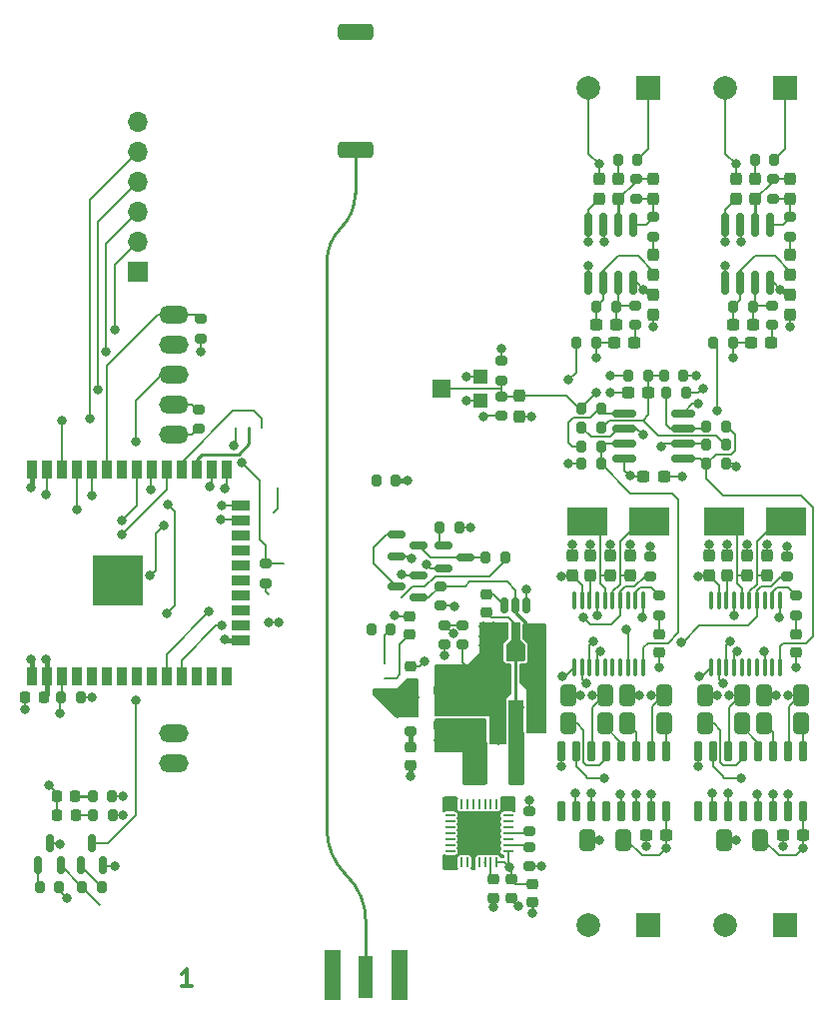
<source format=gtl>
%TF.GenerationSoftware,KiCad,Pcbnew,(6.0.11)*%
%TF.CreationDate,2023-03-05T15:40:12+01:00*%
%TF.ProjectId,OBSPro,4f425350-726f-42e6-9b69-6361645f7063,rev?*%
%TF.SameCoordinates,PX7270e00PY2255100*%
%TF.FileFunction,Copper,L1,Top*%
%TF.FilePolarity,Positive*%
%FSLAX46Y46*%
G04 Gerber Fmt 4.6, Leading zero omitted, Abs format (unit mm)*
G04 Created by KiCad (PCBNEW (6.0.11)) date 2023-03-05 15:40:12*
%MOMM*%
%LPD*%
G01*
G04 APERTURE LIST*
G04 Aperture macros list*
%AMRoundRect*
0 Rectangle with rounded corners*
0 $1 Rounding radius*
0 $2 $3 $4 $5 $6 $7 $8 $9 X,Y pos of 4 corners*
0 Add a 4 corners polygon primitive as box body*
4,1,4,$2,$3,$4,$5,$6,$7,$8,$9,$2,$3,0*
0 Add four circle primitives for the rounded corners*
1,1,$1+$1,$2,$3*
1,1,$1+$1,$4,$5*
1,1,$1+$1,$6,$7*
1,1,$1+$1,$8,$9*
0 Add four rect primitives between the rounded corners*
20,1,$1+$1,$2,$3,$4,$5,0*
20,1,$1+$1,$4,$5,$6,$7,0*
20,1,$1+$1,$6,$7,$8,$9,0*
20,1,$1+$1,$8,$9,$2,$3,0*%
G04 Aperture macros list end*
%ADD10C,0.300000*%
%TA.AperFunction,NonConductor*%
%ADD11C,0.300000*%
%TD*%
%TA.AperFunction,SMDPad,CuDef*%
%ADD12R,1.270000X3.600000*%
%TD*%
%TA.AperFunction,SMDPad,CuDef*%
%ADD13R,1.350000X4.200000*%
%TD*%
%TA.AperFunction,SMDPad,CuDef*%
%ADD14RoundRect,0.062500X0.062500X-0.337500X0.062500X0.337500X-0.062500X0.337500X-0.062500X-0.337500X0*%
%TD*%
%TA.AperFunction,SMDPad,CuDef*%
%ADD15RoundRect,0.062500X0.337500X-0.062500X0.337500X0.062500X-0.337500X0.062500X-0.337500X-0.062500X0*%
%TD*%
%TA.AperFunction,SMDPad,CuDef*%
%ADD16R,3.350000X3.350000*%
%TD*%
%TA.AperFunction,SMDPad,CuDef*%
%ADD17RoundRect,0.200000X-0.275000X0.200000X-0.275000X-0.200000X0.275000X-0.200000X0.275000X0.200000X0*%
%TD*%
%TA.AperFunction,SMDPad,CuDef*%
%ADD18RoundRect,0.237500X0.300000X0.237500X-0.300000X0.237500X-0.300000X-0.237500X0.300000X-0.237500X0*%
%TD*%
%TA.AperFunction,SMDPad,CuDef*%
%ADD19RoundRect,0.237500X-0.300000X-0.237500X0.300000X-0.237500X0.300000X0.237500X-0.300000X0.237500X0*%
%TD*%
%TA.AperFunction,SMDPad,CuDef*%
%ADD20RoundRect,0.200000X0.200000X0.275000X-0.200000X0.275000X-0.200000X-0.275000X0.200000X-0.275000X0*%
%TD*%
%TA.AperFunction,SMDPad,CuDef*%
%ADD21RoundRect,0.350000X1.150000X0.350000X-1.150000X0.350000X-1.150000X-0.350000X1.150000X-0.350000X0*%
%TD*%
%TA.AperFunction,SMDPad,CuDef*%
%ADD22RoundRect,0.237500X-0.237500X0.300000X-0.237500X-0.300000X0.237500X-0.300000X0.237500X0.300000X0*%
%TD*%
%TA.AperFunction,SMDPad,CuDef*%
%ADD23RoundRect,0.200000X-0.200000X-0.275000X0.200000X-0.275000X0.200000X0.275000X-0.200000X0.275000X0*%
%TD*%
%TA.AperFunction,SMDPad,CuDef*%
%ADD24RoundRect,0.250000X0.650000X-0.325000X0.650000X0.325000X-0.650000X0.325000X-0.650000X-0.325000X0*%
%TD*%
%TA.AperFunction,SMDPad,CuDef*%
%ADD25RoundRect,0.225000X0.225000X0.250000X-0.225000X0.250000X-0.225000X-0.250000X0.225000X-0.250000X0*%
%TD*%
%TA.AperFunction,SMDPad,CuDef*%
%ADD26RoundRect,0.250000X0.412500X0.650000X-0.412500X0.650000X-0.412500X-0.650000X0.412500X-0.650000X0*%
%TD*%
%TA.AperFunction,SMDPad,CuDef*%
%ADD27RoundRect,0.150000X-0.587500X-0.150000X0.587500X-0.150000X0.587500X0.150000X-0.587500X0.150000X0*%
%TD*%
%TA.AperFunction,SMDPad,CuDef*%
%ADD28RoundRect,0.218750X-0.218750X-0.256250X0.218750X-0.256250X0.218750X0.256250X-0.218750X0.256250X0*%
%TD*%
%TA.AperFunction,ComponentPad*%
%ADD29R,1.700000X1.700000*%
%TD*%
%TA.AperFunction,ComponentPad*%
%ADD30O,1.700000X1.700000*%
%TD*%
%TA.AperFunction,SMDPad,CuDef*%
%ADD31RoundRect,0.225000X-0.250000X0.225000X-0.250000X-0.225000X0.250000X-0.225000X0.250000X0.225000X0*%
%TD*%
%TA.AperFunction,SMDPad,CuDef*%
%ADD32RoundRect,0.200000X0.275000X-0.200000X0.275000X0.200000X-0.275000X0.200000X-0.275000X-0.200000X0*%
%TD*%
%TA.AperFunction,SMDPad,CuDef*%
%ADD33RoundRect,0.237500X0.237500X-0.300000X0.237500X0.300000X-0.237500X0.300000X-0.237500X-0.300000X0*%
%TD*%
%TA.AperFunction,SMDPad,CuDef*%
%ADD34RoundRect,0.150000X0.587500X0.150000X-0.587500X0.150000X-0.587500X-0.150000X0.587500X-0.150000X0*%
%TD*%
%TA.AperFunction,SMDPad,CuDef*%
%ADD35R,1.150000X3.600000*%
%TD*%
%TA.AperFunction,SMDPad,CuDef*%
%ADD36RoundRect,0.150000X-0.150000X0.725000X-0.150000X-0.725000X0.150000X-0.725000X0.150000X0.725000X0*%
%TD*%
%TA.AperFunction,SMDPad,CuDef*%
%ADD37RoundRect,0.218750X-0.256250X0.218750X-0.256250X-0.218750X0.256250X-0.218750X0.256250X0.218750X0*%
%TD*%
%TA.AperFunction,SMDPad,CuDef*%
%ADD38RoundRect,0.218750X0.256250X-0.218750X0.256250X0.218750X-0.256250X0.218750X-0.256250X-0.218750X0*%
%TD*%
%TA.AperFunction,SMDPad,CuDef*%
%ADD39RoundRect,0.225000X0.250000X-0.225000X0.250000X0.225000X-0.250000X0.225000X-0.250000X-0.225000X0*%
%TD*%
%TA.AperFunction,ComponentPad*%
%ADD40O,2.500000X1.500000*%
%TD*%
%TA.AperFunction,SMDPad,CuDef*%
%ADD41RoundRect,0.100000X-0.100000X0.637500X-0.100000X-0.637500X0.100000X-0.637500X0.100000X0.637500X0*%
%TD*%
%TA.AperFunction,ComponentPad*%
%ADD42R,2.000000X2.000000*%
%TD*%
%TA.AperFunction,ComponentPad*%
%ADD43C,2.000000*%
%TD*%
%TA.AperFunction,SMDPad,CuDef*%
%ADD44R,3.500000X2.400000*%
%TD*%
%TA.AperFunction,SMDPad,CuDef*%
%ADD45RoundRect,0.150000X0.150000X-0.587500X0.150000X0.587500X-0.150000X0.587500X-0.150000X-0.587500X0*%
%TD*%
%TA.AperFunction,SMDPad,CuDef*%
%ADD46RoundRect,0.150000X-0.150000X0.825000X-0.150000X-0.825000X0.150000X-0.825000X0.150000X0.825000X0*%
%TD*%
%TA.AperFunction,SMDPad,CuDef*%
%ADD47RoundRect,0.150000X0.825000X0.150000X-0.825000X0.150000X-0.825000X-0.150000X0.825000X-0.150000X0*%
%TD*%
%TA.AperFunction,SMDPad,CuDef*%
%ADD48R,0.900000X1.500000*%
%TD*%
%TA.AperFunction,SMDPad,CuDef*%
%ADD49R,1.500000X0.900000*%
%TD*%
%TA.AperFunction,HeatsinkPad*%
%ADD50C,0.475000*%
%TD*%
%TA.AperFunction,SMDPad,CuDef*%
%ADD51R,1.050000X1.050000*%
%TD*%
%TA.AperFunction,SMDPad,CuDef*%
%ADD52R,4.200000X4.200000*%
%TD*%
%TA.AperFunction,SMDPad,CuDef*%
%ADD53RoundRect,0.150000X0.150000X-0.512500X0.150000X0.512500X-0.150000X0.512500X-0.150000X-0.512500X0*%
%TD*%
%TA.AperFunction,SMDPad,CuDef*%
%ADD54RoundRect,0.250000X0.325000X0.650000X-0.325000X0.650000X-0.325000X-0.650000X0.325000X-0.650000X0*%
%TD*%
%TA.AperFunction,SMDPad,CuDef*%
%ADD55R,1.200000X1.200000*%
%TD*%
%TA.AperFunction,SMDPad,CuDef*%
%ADD56R,1.500000X1.600000*%
%TD*%
%TA.AperFunction,ViaPad*%
%ADD57C,0.800000*%
%TD*%
%TA.AperFunction,Conductor*%
%ADD58C,0.290000*%
%TD*%
%TA.AperFunction,Conductor*%
%ADD59C,0.200000*%
%TD*%
%TA.AperFunction,Conductor*%
%ADD60C,0.400000*%
%TD*%
%TA.AperFunction,Conductor*%
%ADD61C,0.250000*%
%TD*%
G04 APERTURE END LIST*
D10*
D11*
X15128571Y-82878571D02*
X14271428Y-82878571D01*
X14700000Y-82878571D02*
X14700000Y-81378571D01*
X14557142Y-81592857D01*
X14414285Y-81735714D01*
X14271428Y-81807142D01*
D12*
%TO.P,REF\u002A\u002A,1*%
%TO.N,N/C*%
X29900000Y-82100000D03*
D13*
%TO.P,REF\u002A\u002A,2*%
X32725000Y-81900000D03*
X27075000Y-81900000D03*
%TD*%
D14*
%TO.P,U4,1,~{DCD}*%
%TO.N,unconnected-(U4-Pad1)*%
X38000000Y-72350000D03*
%TO.P,U4,2,~{RI}/CLK*%
%TO.N,unconnected-(U4-Pad2)*%
X38500000Y-72350000D03*
%TO.P,U4,3,GND*%
%TO.N,GND*%
X39000000Y-72350000D03*
%TO.P,U4,4,D+*%
%TO.N,USB_DP*%
X39500000Y-72350000D03*
%TO.P,U4,5,D-*%
%TO.N,USB_DN*%
X40000000Y-72350000D03*
%TO.P,U4,6,VDD*%
%TO.N,/Controller/VDD_USB*%
X40500000Y-72350000D03*
%TO.P,U4,7,VREGIN*%
%TO.N,+USB*%
X41000000Y-72350000D03*
D15*
%TO.P,U4,8,VBUS*%
X41950000Y-71400000D03*
%TO.P,U4,9,~{RST}*%
%TO.N,Net-(R12-Pad2)*%
X41950000Y-70900000D03*
%TO.P,U4,10,NC*%
%TO.N,unconnected-(U4-Pad10)*%
X41950000Y-70400000D03*
%TO.P,U4,11,~{SUSPEND}*%
%TO.N,Net-(R17-Pad1)*%
X41950000Y-69900000D03*
%TO.P,U4,12,SUSPEND*%
%TO.N,unconnected-(U4-Pad12)*%
X41950000Y-69400000D03*
%TO.P,U4,13,CHREN*%
%TO.N,unconnected-(U4-Pad13)*%
X41950000Y-68900000D03*
%TO.P,U4,14,CHR1*%
%TO.N,unconnected-(U4-Pad14)*%
X41950000Y-68400000D03*
D14*
%TO.P,U4,15,CHR0*%
%TO.N,unconnected-(U4-Pad15)*%
X41000000Y-67450000D03*
%TO.P,U4,16,~{WAKEUP}/GPIO.3*%
%TO.N,unconnected-(U4-Pad16)*%
X40500000Y-67450000D03*
%TO.P,U4,17,RS485/GPIO.2*%
%TO.N,unconnected-(U4-Pad17)*%
X40000000Y-67450000D03*
%TO.P,U4,18,~{RXT}/GPIO.1*%
%TO.N,unconnected-(U4-Pad18)*%
X39500000Y-67450000D03*
%TO.P,U4,19,~{TXT}/GPIO.0*%
%TO.N,unconnected-(U4-Pad19)*%
X39000000Y-67450000D03*
%TO.P,U4,20,GPIO.6*%
%TO.N,unconnected-(U4-Pad20)*%
X38500000Y-67450000D03*
%TO.P,U4,21,GPIO.5*%
%TO.N,unconnected-(U4-Pad21)*%
X38000000Y-67450000D03*
D15*
%TO.P,U4,22,GPIO.4*%
%TO.N,unconnected-(U4-Pad22)*%
X37050000Y-68400000D03*
%TO.P,U4,23,~{CTS}*%
%TO.N,unconnected-(U4-Pad23)*%
X37050000Y-68900000D03*
%TO.P,U4,24,~{RTS}*%
%TO.N,Net-(R15-Pad1)*%
X37050000Y-69400000D03*
%TO.P,U4,25,RXD*%
%TO.N,Net-(R14-Pad1)*%
X37050000Y-69900000D03*
%TO.P,U4,26,TXD*%
%TO.N,Net-(R13-Pad1)*%
X37050000Y-70400000D03*
%TO.P,U4,27,~{DSR}*%
%TO.N,unconnected-(U4-Pad27)*%
X37050000Y-70900000D03*
%TO.P,U4,28,~{DTR}*%
%TO.N,Net-(R16-Pad1)*%
X37050000Y-71400000D03*
D16*
%TO.P,U4,29,GND*%
%TO.N,GND*%
X39500000Y-69900000D03*
%TD*%
D17*
%TO.P,R52,1*%
%TO.N,/Sensors/Ultrasonic2/LED*%
X54800000Y-49775000D03*
%TO.P,R52,2*%
%TO.N,Net-(D7-Pad2)*%
X54800000Y-51425000D03*
%TD*%
D18*
%TO.P,C45,1*%
%TO.N,+5V*%
X55362500Y-70100000D03*
%TO.P,C45,2*%
%TO.N,GND*%
X53637500Y-70100000D03*
%TD*%
D19*
%TO.P,C58,1*%
%TO.N,Net-(C55-Pad2)*%
X49437500Y-26800000D03*
%TO.P,C58,2*%
%TO.N,Net-(C58-Pad2)*%
X51162500Y-26800000D03*
%TD*%
D20*
%TO.P,R18,1*%
%TO.N,/Controller/~USB_DTR*%
X3925000Y-74500000D03*
%TO.P,R18,2*%
%TO.N,Net-(Q1-Pad1)*%
X2275000Y-74500000D03*
%TD*%
%TO.P,R30,1*%
%TO.N,/Sensors/Vref*%
X57025000Y-32600000D03*
%TO.P,R30,2*%
%TO.N,Net-(R30-Pad2)*%
X55375000Y-32600000D03*
%TD*%
D17*
%TO.P,R40,1*%
%TO.N,Net-(C41-Pad2)*%
X64300000Y-25175000D03*
%TO.P,R40,2*%
%TO.N,Net-(C37-Pad1)*%
X64300000Y-26825000D03*
%TD*%
D21*
%TO.P,AE1,1,FEED*%
%TO.N,/Sensors/ANT*%
X29000000Y-12000000D03*
%TO.P,AE1,2,PCB_Trace*%
%TO.N,unconnected-(AE1-Pad2)*%
X29000000Y-2000000D03*
%TD*%
D22*
%TO.P,C56,1*%
%TO.N,Net-(C56-Pad1)*%
X51300000Y-14437500D03*
%TO.P,C56,2*%
%TO.N,Net-(C56-Pad2)*%
X51300000Y-16162500D03*
%TD*%
D23*
%TO.P,R28,1*%
%TO.N,/Sensors/Ultrasonic1/COMPIN*%
X58775000Y-38600000D03*
%TO.P,R28,2*%
%TO.N,+3V3*%
X60425000Y-38600000D03*
%TD*%
D24*
%TO.P,C11,1*%
%TO.N,+3V3*%
X36600000Y-60775000D03*
%TO.P,C11,2*%
%TO.N,GND*%
X36600000Y-57825000D03*
%TD*%
D17*
%TO.P,R47,1*%
%TO.N,Net-(C39-Pad2)*%
X64400000Y-14475000D03*
%TO.P,R47,2*%
%TO.N,Net-(C43-Pad2)*%
X64400000Y-16125000D03*
%TD*%
D25*
%TO.P,C20,1*%
%TO.N,+3V3*%
X2575000Y-58420000D03*
%TO.P,C20,2*%
%TO.N,GND*%
X1025000Y-58420000D03*
%TD*%
D20*
%TO.P,R43,1*%
%TO.N,Net-(LS2-Pad1)*%
X64525000Y-12800000D03*
%TO.P,R43,2*%
%TO.N,Net-(C39-Pad1)*%
X62875000Y-12800000D03*
%TD*%
D26*
%TO.P,C27,1*%
%TO.N,+5V*%
X63362500Y-70500000D03*
%TO.P,C27,2*%
%TO.N,GND*%
X60237500Y-70500000D03*
%TD*%
D27*
%TO.P,Q4,1,G*%
%TO.N,Net-(Q4-Pad1)*%
X32462500Y-44550000D03*
%TO.P,Q4,2,S*%
%TO.N,GND*%
X32462500Y-46450000D03*
%TO.P,Q4,3,D*%
%TO.N,Net-(Q3-Pad3)*%
X34337500Y-45500000D03*
%TD*%
D28*
%TO.P,D3,1,K*%
%TO.N,GND*%
X3700000Y-66800000D03*
%TO.P,D3,2,A*%
%TO.N,Net-(D3-Pad2)*%
X5275000Y-66800000D03*
%TD*%
D17*
%TO.P,R44,1*%
%TO.N,/Sensors/Ultrasonic1/LED*%
X66400000Y-49775000D03*
%TO.P,R44,2*%
%TO.N,Net-(D6-Pad2)*%
X66400000Y-51425000D03*
%TD*%
%TO.P,R4,1*%
%TO.N,+USB*%
X33700000Y-59575000D03*
%TO.P,R4,2*%
%TO.N,Net-(C6-Pad1)*%
X33700000Y-61225000D03*
%TD*%
D29*
%TO.P,J4,1,Pin_1*%
%TO.N,+3V3*%
X10600000Y-22300000D03*
D30*
%TO.P,J4,2,Pin_2*%
%TO.N,/Sensors/SWIM1*%
X10600000Y-19760000D03*
%TO.P,J4,3,Pin_3*%
%TO.N,/Sensors/SWIM2*%
X10600000Y-17220000D03*
%TO.P,J4,4,Pin_4*%
%TO.N,/Sensors/NRST1*%
X10600000Y-14680000D03*
%TO.P,J4,5,Pin_5*%
%TO.N,/Sensors/NRST2*%
X10600000Y-12140000D03*
%TO.P,J4,6,Pin_6*%
%TO.N,GND*%
X10600000Y-9600000D03*
%TD*%
D31*
%TO.P,C17,1*%
%TO.N,+USB*%
X44000000Y-74225000D03*
%TO.P,C17,2*%
%TO.N,GND*%
X44000000Y-75775000D03*
%TD*%
D23*
%TO.P,R32,1*%
%TO.N,/Sensors/Vref*%
X48175000Y-33900000D03*
%TO.P,R32,2*%
%TO.N,Net-(R32-Pad2)*%
X49825000Y-33900000D03*
%TD*%
D32*
%TO.P,R54,1*%
%TO.N,/Sensors/NRST2*%
X54000000Y-48125000D03*
%TO.P,R54,2*%
%TO.N,+3V3*%
X54000000Y-46475000D03*
%TD*%
D26*
%TO.P,C52,1*%
%TO.N,/Sensors/Ultrasonic2/V+*%
X55162500Y-58200000D03*
%TO.P,C52,2*%
%TO.N,GND*%
X52037500Y-58200000D03*
%TD*%
D19*
%TO.P,C41,1*%
%TO.N,Net-(C38-Pad2)*%
X61037500Y-26800000D03*
%TO.P,C41,2*%
%TO.N,Net-(C41-Pad2)*%
X62762500Y-26800000D03*
%TD*%
D20*
%TO.P,R6,1*%
%TO.N,Net-(R6-Pad1)*%
X32025000Y-52600000D03*
%TO.P,R6,2*%
%TO.N,GND*%
X30375000Y-52600000D03*
%TD*%
D31*
%TO.P,C19,1*%
%TO.N,/Controller/VDD_USB*%
X40700000Y-73825000D03*
%TO.P,C19,2*%
%TO.N,GND*%
X40700000Y-75375000D03*
%TD*%
D17*
%TO.P,R35,1*%
%TO.N,+3V3*%
X41400000Y-29875000D03*
%TO.P,R35,2*%
%TO.N,/Sensors/Vref*%
X41400000Y-31525000D03*
%TD*%
D23*
%TO.P,R33,1*%
%TO.N,Net-(R32-Pad2)*%
X48175000Y-37100000D03*
%TO.P,R33,2*%
%TO.N,/Sensors/Ultrasonic2/COMPIN*%
X49825000Y-37100000D03*
%TD*%
D19*
%TO.P,C24,1*%
%TO.N,+3V3*%
X53437500Y-39700000D03*
%TO.P,C24,2*%
%TO.N,GND*%
X55162500Y-39700000D03*
%TD*%
D20*
%TO.P,R29,1*%
%TO.N,/Sensors/Ultrasonic2/COMPIN*%
X49825000Y-38600000D03*
%TO.P,R29,2*%
%TO.N,+3V3*%
X48175000Y-38600000D03*
%TD*%
D33*
%TO.P,C34,1*%
%TO.N,/Sensors/Ultrasonic1/OSCOUT*%
X62200000Y-48062500D03*
%TO.P,C34,2*%
%TO.N,GND*%
X62200000Y-46337500D03*
%TD*%
D17*
%TO.P,R48,1*%
%TO.N,Net-(C58-Pad2)*%
X52700000Y-25175000D03*
%TO.P,R48,2*%
%TO.N,Net-(C54-Pad1)*%
X52700000Y-26825000D03*
%TD*%
D34*
%TO.P,Q6,1,G*%
%TO.N,+5V*%
X34337500Y-49950000D03*
%TO.P,Q6,2,S*%
%TO.N,GND*%
X34337500Y-48050000D03*
%TO.P,Q6,3,D*%
%TO.N,Net-(Q4-Pad1)*%
X32462500Y-49000000D03*
%TD*%
D32*
%TO.P,R21,1*%
%TO.N,+3V3*%
X15900000Y-27945000D03*
%TO.P,R21,2*%
%TO.N,/Controller/SDA*%
X15900000Y-26295000D03*
%TD*%
%TO.P,R46,1*%
%TO.N,/Sensors/NRST1*%
X65600000Y-48125000D03*
%TO.P,R46,2*%
%TO.N,+3V3*%
X65600000Y-46475000D03*
%TD*%
D23*
%TO.P,R19,1*%
%TO.N,/Controller/~USB_RTS*%
X5875000Y-74500000D03*
%TO.P,R19,2*%
%TO.N,Net-(Q2-Pad1)*%
X7525000Y-74500000D03*
%TD*%
D18*
%TO.P,C22,1*%
%TO.N,/Sensors/Vmid*%
X53862500Y-32600000D03*
%TO.P,C22,2*%
%TO.N,GND*%
X52137500Y-32600000D03*
%TD*%
D23*
%TO.P,R10,1*%
%TO.N,+3V3GPS*%
X30775000Y-40000000D03*
%TO.P,R10,2*%
%TO.N,+3V3*%
X32425000Y-40000000D03*
%TD*%
D35*
%TO.P,L2,1*%
%TO.N,/Power Supply/SW*%
X42575000Y-64000000D03*
%TO.P,L2,2*%
%TO.N,+3V3*%
X39625000Y-64000000D03*
%TD*%
D23*
%TO.P,R45,1*%
%TO.N,Net-(C38-Pad2)*%
X61075000Y-25300000D03*
%TO.P,R45,2*%
%TO.N,Net-(C41-Pad2)*%
X62725000Y-25300000D03*
%TD*%
D20*
%TO.P,R34,1*%
%TO.N,+3V3*%
X56825000Y-31100000D03*
%TO.P,R34,2*%
%TO.N,/Sensors/Vmid*%
X55175000Y-31100000D03*
%TD*%
D33*
%TO.P,C59,1*%
%TO.N,Net-(C59-Pad1)*%
X48900000Y-48062500D03*
%TO.P,C59,2*%
%TO.N,GND*%
X48900000Y-46337500D03*
%TD*%
D17*
%TO.P,R39,1*%
%TO.N,/Sensors/Vref*%
X41400000Y-32875000D03*
%TO.P,R39,2*%
%TO.N,GND*%
X41400000Y-34525000D03*
%TD*%
D36*
%TO.P,U13,1,C1+*%
%TO.N,Net-(C47-Pad1)*%
X55345000Y-62925000D03*
%TO.P,U13,2,VS+*%
%TO.N,/Sensors/Ultrasonic2/V+*%
X54075000Y-62925000D03*
%TO.P,U13,3,C1-*%
%TO.N,Net-(C47-Pad2)*%
X52805000Y-62925000D03*
%TO.P,U13,4,C2+*%
%TO.N,Net-(C48-Pad1)*%
X51535000Y-62925000D03*
%TO.P,U13,5,C2-*%
%TO.N,Net-(C48-Pad2)*%
X50265000Y-62925000D03*
%TO.P,U13,6,VS-*%
%TO.N,/Sensors/Ultrasonic2/V-*%
X48995000Y-62925000D03*
%TO.P,U13,7,T2OUT*%
%TO.N,Net-(LS3-Pad2)*%
X47725000Y-62925000D03*
%TO.P,U13,8,R2IN*%
%TO.N,GND*%
X46455000Y-62925000D03*
%TO.P,U13,9,R2OUT*%
%TO.N,unconnected-(U13-Pad9)*%
X46455000Y-68075000D03*
%TO.P,U13,10,T2IN*%
%TO.N,/Sensors/Ultrasonic2/TXN*%
X47725000Y-68075000D03*
%TO.P,U13,11,T1IN*%
%TO.N,/Sensors/Ultrasonic2/TXP*%
X48995000Y-68075000D03*
%TO.P,U13,12,R1OUT*%
%TO.N,unconnected-(U13-Pad12)*%
X50265000Y-68075000D03*
%TO.P,U13,13,R1IN*%
%TO.N,GND*%
X51535000Y-68075000D03*
%TO.P,U13,14,T1OUT*%
%TO.N,Net-(LS3-Pad1)*%
X52805000Y-68075000D03*
%TO.P,U13,15,GND*%
%TO.N,GND*%
X54075000Y-68075000D03*
%TO.P,U13,16,VCC*%
%TO.N,+5V*%
X55345000Y-68075000D03*
%TD*%
D33*
%TO.P,C51,1*%
%TO.N,/Sensors/Ultrasonic2/OSCOUT*%
X50600000Y-48062500D03*
%TO.P,C51,2*%
%TO.N,GND*%
X50600000Y-46337500D03*
%TD*%
D23*
%TO.P,R11,1*%
%TO.N,/Controller/EN*%
X4075000Y-58420000D03*
%TO.P,R11,2*%
%TO.N,+3V3*%
X5725000Y-58420000D03*
%TD*%
D17*
%TO.P,R55,1*%
%TO.N,Net-(C56-Pad2)*%
X52800000Y-14475000D03*
%TO.P,R55,2*%
%TO.N,Net-(C60-Pad2)*%
X52800000Y-16125000D03*
%TD*%
D37*
%TO.P,D1,1,K*%
%TO.N,GND*%
X33600000Y-51512500D03*
%TO.P,D1,2,A*%
%TO.N,Net-(D1-Pad2)*%
X33600000Y-53087500D03*
%TD*%
D23*
%TO.P,R53,1*%
%TO.N,Net-(C55-Pad2)*%
X49475000Y-25300000D03*
%TO.P,R53,2*%
%TO.N,Net-(C58-Pad2)*%
X51125000Y-25300000D03*
%TD*%
D38*
%TO.P,D6,1,K*%
%TO.N,GND*%
X66400000Y-54587500D03*
%TO.P,D6,2,A*%
%TO.N,Net-(D6-Pad2)*%
X66400000Y-53012500D03*
%TD*%
D20*
%TO.P,R8,1*%
%TO.N,+3V3*%
X8412500Y-66800000D03*
%TO.P,R8,2*%
%TO.N,Net-(D3-Pad2)*%
X6762500Y-66800000D03*
%TD*%
D22*
%TO.P,C32,1*%
%TO.N,GND*%
X61300000Y-14437500D03*
%TO.P,C32,2*%
%TO.N,/Sensors/Ultrasonic1/V-*%
X61300000Y-16162500D03*
%TD*%
D26*
%TO.P,C48,1*%
%TO.N,Net-(C48-Pad1)*%
X50162500Y-60600000D03*
%TO.P,C48,2*%
%TO.N,Net-(C48-Pad2)*%
X47037500Y-60600000D03*
%TD*%
D20*
%TO.P,R38,1*%
%TO.N,/Sensors/Vmid*%
X53825000Y-31100000D03*
%TO.P,R38,2*%
%TO.N,GND*%
X52175000Y-31100000D03*
%TD*%
%TO.P,R42,1*%
%TO.N,/Sensors/Ultrasonic1/SIGOUT*%
X61025000Y-28300000D03*
%TO.P,R42,2*%
%TO.N,/Sensors/Ultrasonic1/MUTE*%
X59375000Y-28300000D03*
%TD*%
D39*
%TO.P,C5,1*%
%TO.N,+USB*%
X33700000Y-57275000D03*
%TO.P,C5,2*%
%TO.N,GND*%
X33700000Y-55725000D03*
%TD*%
D23*
%TO.P,R31,1*%
%TO.N,Net-(R30-Pad2)*%
X58775000Y-35400000D03*
%TO.P,R31,2*%
%TO.N,/Sensors/Ultrasonic1/COMPIN*%
X60425000Y-35400000D03*
%TD*%
D40*
%TO.P,J2,1,Pin_1*%
%TO.N,+3V3*%
X13600000Y-36100000D03*
%TO.P,J2,2,Pin_2*%
%TO.N,/Controller/SCL*%
X13600000Y-33560000D03*
%TO.P,J2,3,Pin_3*%
%TO.N,/Controller/BUTTON*%
X13600000Y-31020000D03*
%TO.P,J2,4,Pin_4*%
%TO.N,GND*%
X13600000Y-28480000D03*
%TO.P,J2,5,Pin_5*%
%TO.N,/Controller/SDA*%
X13600000Y-25940000D03*
%TD*%
D31*
%TO.P,C18,1*%
%TO.N,+USB*%
X42200000Y-73825000D03*
%TO.P,C18,2*%
%TO.N,GND*%
X42200000Y-75375000D03*
%TD*%
D27*
%TO.P,Q3,1,G*%
%TO.N,/Controller/BTN_PRESS*%
X36462500Y-45550000D03*
%TO.P,Q3,2,S*%
%TO.N,GND*%
X36462500Y-47450000D03*
%TO.P,Q3,3,D*%
%TO.N,Net-(Q3-Pad3)*%
X38337500Y-46500000D03*
%TD*%
D41*
%TO.P,U12,1,PD4*%
%TO.N,/Sensors/Ultrasonic2/MUTE*%
X53425000Y-50137500D03*
%TO.P,U12,2,PD5*%
%TO.N,/Sensors/Ultrasonic2/LED*%
X52775000Y-50137500D03*
%TO.P,U12,3,PD6*%
%TO.N,unconnected-(U12-Pad3)*%
X52125000Y-50137500D03*
%TO.P,U12,4,NRST*%
%TO.N,/Sensors/NRST2*%
X51475000Y-50137500D03*
%TO.P,U12,5,PA1*%
%TO.N,/Sensors/Ultrasonic2/OSCIN*%
X50825000Y-50137500D03*
%TO.P,U12,6,PA2*%
%TO.N,/Sensors/Ultrasonic2/OSCOUT*%
X50175000Y-50137500D03*
%TO.P,U12,7,VSS*%
%TO.N,GND*%
X49525000Y-50137500D03*
%TO.P,U12,8,VCAP*%
%TO.N,Net-(C59-Pad1)*%
X48875000Y-50137500D03*
%TO.P,U12,9,VDD*%
%TO.N,+3V3*%
X48225000Y-50137500D03*
%TO.P,U12,10,PA3*%
%TO.N,unconnected-(U12-Pad10)*%
X47575000Y-50137500D03*
%TO.P,U12,11,PB5*%
%TO.N,/Sensors/Ultrasonic2/TXN*%
X47575000Y-55862500D03*
%TO.P,U12,12,PB4*%
%TO.N,/Sensors/Ultrasonic2/TXP*%
X48225000Y-55862500D03*
%TO.P,U12,13,PC3*%
%TO.N,TRIG2*%
X48875000Y-55862500D03*
%TO.P,U12,14,PC4*%
%TO.N,ECHO2*%
X49525000Y-55862500D03*
%TO.P,U12,15,PC5*%
%TO.N,unconnected-(U12-Pad15)*%
X50175000Y-55862500D03*
%TO.P,U12,16,PC6*%
%TO.N,unconnected-(U12-Pad16)*%
X50825000Y-55862500D03*
%TO.P,U12,17,PC7*%
%TO.N,unconnected-(U12-Pad17)*%
X51475000Y-55862500D03*
%TO.P,U12,18,PD1*%
%TO.N,/Sensors/SWIM2*%
X52125000Y-55862500D03*
%TO.P,U12,19,PD2*%
%TO.N,unconnected-(U12-Pad19)*%
X52775000Y-55862500D03*
%TO.P,U12,20,PD3*%
%TO.N,/Sensors/Ultrasonic2/COMPIN*%
X53425000Y-55862500D03*
%TD*%
D20*
%TO.P,R36,1*%
%TO.N,/Sensors/Vmid*%
X60425000Y-37000000D03*
%TO.P,R36,2*%
%TO.N,/Sensors/Ultrasonic1/SIGOUT*%
X58775000Y-37000000D03*
%TD*%
D17*
%TO.P,R27,1*%
%TO.N,+5V*%
X36200000Y-48975000D03*
%TO.P,R27,2*%
%TO.N,GND*%
X36200000Y-50625000D03*
%TD*%
D31*
%TO.P,C6,1*%
%TO.N,Net-(C6-Pad1)*%
X33700000Y-62625000D03*
%TO.P,C6,2*%
%TO.N,GND*%
X33700000Y-64175000D03*
%TD*%
D38*
%TO.P,D7,1,K*%
%TO.N,GND*%
X54800000Y-54587500D03*
%TO.P,D7,2,A*%
%TO.N,Net-(D7-Pad2)*%
X54800000Y-53012500D03*
%TD*%
D22*
%TO.P,C49,1*%
%TO.N,GND*%
X49700000Y-14437500D03*
%TO.P,C49,2*%
%TO.N,/Sensors/Ultrasonic2/V-*%
X49700000Y-16162500D03*
%TD*%
D42*
%TO.P,LS1,1,1*%
%TO.N,Net-(LS1-Pad1)*%
X65400000Y-77700000D03*
D43*
%TO.P,LS1,2,2*%
%TO.N,Net-(LS1-Pad2)*%
X60400000Y-77700000D03*
%TD*%
D22*
%TO.P,C55,1*%
%TO.N,Net-(C55-Pad1)*%
X54300000Y-20837500D03*
%TO.P,C55,2*%
%TO.N,Net-(C55-Pad2)*%
X54300000Y-22562500D03*
%TD*%
D26*
%TO.P,C31,1*%
%TO.N,Net-(C31-Pad1)*%
X61762500Y-60600000D03*
%TO.P,C31,2*%
%TO.N,Net-(C31-Pad2)*%
X58637500Y-60600000D03*
%TD*%
D40*
%TO.P,BT1,1,+*%
%TO.N,+BATT*%
X13600000Y-63990000D03*
%TO.P,BT1,2,-*%
%TO.N,GND*%
X13600000Y-61450000D03*
%TD*%
D44*
%TO.P,Y1,1,1*%
%TO.N,/Sensors/Ultrasonic1/OSCIN*%
X65500000Y-43500000D03*
%TO.P,Y1,2,2*%
%TO.N,/Sensors/Ultrasonic1/OSCOUT*%
X60300000Y-43500000D03*
%TD*%
D32*
%TO.P,R7,1*%
%TO.N,+3V3*%
X36600000Y-53925000D03*
%TO.P,R7,2*%
%TO.N,Net-(R7-Pad2)*%
X36600000Y-52275000D03*
%TD*%
D45*
%TO.P,Q2,1,B*%
%TO.N,Net-(Q2-Pad1)*%
X5750000Y-72637500D03*
%TO.P,Q2,2,E*%
%TO.N,/Controller/~USB_DTR*%
X7650000Y-72637500D03*
%TO.P,Q2,3,C*%
%TO.N,/Controller/GPIO0*%
X6700000Y-70762500D03*
%TD*%
D18*
%TO.P,C37,1*%
%TO.N,Net-(C37-Pad1)*%
X64262500Y-28300000D03*
%TO.P,C37,2*%
%TO.N,/Sensors/Ultrasonic1/SIGOUT*%
X62537500Y-28300000D03*
%TD*%
%TO.P,C28,1*%
%TO.N,+5V*%
X66962500Y-70100000D03*
%TO.P,C28,2*%
%TO.N,GND*%
X65237500Y-70100000D03*
%TD*%
D46*
%TO.P,U11,1*%
%TO.N,Net-(C60-Pad2)*%
X52605000Y-18325000D03*
%TO.P,U11,2,-*%
%TO.N,Net-(C56-Pad2)*%
X51335000Y-18325000D03*
%TO.P,U11,3,+*%
%TO.N,GND*%
X50065000Y-18325000D03*
%TO.P,U11,4,V-*%
%TO.N,/Sensors/Ultrasonic2/V-*%
X48795000Y-18325000D03*
%TO.P,U11,5,+*%
%TO.N,GND*%
X48795000Y-23275000D03*
%TO.P,U11,6,-*%
%TO.N,Net-(C55-Pad2)*%
X50065000Y-23275000D03*
%TO.P,U11,7*%
%TO.N,Net-(C58-Pad2)*%
X51335000Y-23275000D03*
%TO.P,U11,8,V+*%
%TO.N,/Sensors/Ultrasonic2/V+*%
X52605000Y-23275000D03*
%TD*%
D20*
%TO.P,R37,1*%
%TO.N,/Sensors/Vmid*%
X49825000Y-35500000D03*
%TO.P,R37,2*%
%TO.N,/Sensors/Ultrasonic2/SIGOUT*%
X48175000Y-35500000D03*
%TD*%
D26*
%TO.P,C35,1*%
%TO.N,/Sensors/Ultrasonic1/V+*%
X66762500Y-58200000D03*
%TO.P,C35,2*%
%TO.N,GND*%
X63637500Y-58200000D03*
%TD*%
D18*
%TO.P,C54,1*%
%TO.N,Net-(C54-Pad1)*%
X52662500Y-28300000D03*
%TO.P,C54,2*%
%TO.N,/Sensors/Ultrasonic2/SIGOUT*%
X50937500Y-28300000D03*
%TD*%
D26*
%TO.P,C36,1*%
%TO.N,/Sensors/Ultrasonic1/V-*%
X61762500Y-58200000D03*
%TO.P,C36,2*%
%TO.N,GND*%
X58637500Y-58200000D03*
%TD*%
D47*
%TO.P,U6,1*%
%TO.N,/Sensors/Ultrasonic1/COMPIN*%
X56775000Y-38105000D03*
%TO.P,U6,2,-*%
%TO.N,/Sensors/Ultrasonic1/SIGOUT*%
X56775000Y-36835000D03*
%TO.P,U6,3,+*%
%TO.N,Net-(R30-Pad2)*%
X56775000Y-35565000D03*
%TO.P,U6,4,V-*%
%TO.N,GND*%
X56775000Y-34295000D03*
%TO.P,U6,5,+*%
%TO.N,Net-(R32-Pad2)*%
X51825000Y-34295000D03*
%TO.P,U6,6,-*%
%TO.N,/Sensors/Ultrasonic2/SIGOUT*%
X51825000Y-35565000D03*
%TO.P,U6,7*%
%TO.N,/Sensors/Ultrasonic2/COMPIN*%
X51825000Y-36835000D03*
%TO.P,U6,8,V+*%
%TO.N,+3V3*%
X51825000Y-38105000D03*
%TD*%
D20*
%TO.P,R50,1*%
%TO.N,/Sensors/Ultrasonic2/SIGOUT*%
X49425000Y-28300000D03*
%TO.P,R50,2*%
%TO.N,/Sensors/Ultrasonic2/MUTE*%
X47775000Y-28300000D03*
%TD*%
%TO.P,R1,1*%
%TO.N,+5V*%
X8425000Y-68400000D03*
%TO.P,R1,2*%
%TO.N,Net-(D2-Pad2)*%
X6775000Y-68400000D03*
%TD*%
D22*
%TO.P,C43,1*%
%TO.N,Net-(C39-Pad2)*%
X65900000Y-14437500D03*
%TO.P,C43,2*%
%TO.N,Net-(C43-Pad2)*%
X65900000Y-16162500D03*
%TD*%
D32*
%TO.P,R12,1*%
%TO.N,+3V3*%
X43800000Y-72725000D03*
%TO.P,R12,2*%
%TO.N,Net-(R12-Pad2)*%
X43800000Y-71075000D03*
%TD*%
D22*
%TO.P,C23,1*%
%TO.N,/Sensors/Vref*%
X42900000Y-32837500D03*
%TO.P,C23,2*%
%TO.N,GND*%
X42900000Y-34562500D03*
%TD*%
D32*
%TO.P,R20,1*%
%TO.N,+3V3*%
X15700000Y-35645000D03*
%TO.P,R20,2*%
%TO.N,/Controller/SCL*%
X15700000Y-33995000D03*
%TD*%
D48*
%TO.P,U5,1,GND*%
%TO.N,GND*%
X1565000Y-56570000D03*
%TO.P,U5,2,VDD*%
%TO.N,+3V3*%
X2835000Y-56570000D03*
%TO.P,U5,3,EN*%
%TO.N,/Controller/EN*%
X4105000Y-56570000D03*
%TO.P,U5,4,SENSOR_VP*%
%TO.N,unconnected-(U5-Pad4)*%
X5375000Y-56570000D03*
%TO.P,U5,5,SENSOR_VN*%
%TO.N,unconnected-(U5-Pad5)*%
X6645000Y-56570000D03*
%TO.P,U5,6,IO34*%
%TO.N,unconnected-(U5-Pad6)*%
X7915000Y-56570000D03*
%TO.P,U5,7,IO35*%
%TO.N,unconnected-(U5-Pad7)*%
X9185000Y-56570000D03*
%TO.P,U5,8,IO32*%
%TO.N,unconnected-(U5-Pad8)*%
X10455000Y-56570000D03*
%TO.P,U5,9,IO33*%
%TO.N,unconnected-(U5-Pad9)*%
X11725000Y-56570000D03*
%TO.P,U5,10,IO25*%
%TO.N,TRIG2*%
X12995000Y-56570000D03*
%TO.P,U5,11,IO26*%
%TO.N,ECHO2*%
X14265000Y-56570000D03*
%TO.P,U5,12,IO27*%
%TO.N,unconnected-(U5-Pad12)*%
X15535000Y-56570000D03*
%TO.P,U5,13,IO14*%
%TO.N,unconnected-(U5-Pad13)*%
X16805000Y-56570000D03*
%TO.P,U5,14,IO12*%
%TO.N,unconnected-(U5-Pad14)*%
X18075000Y-56570000D03*
D49*
%TO.P,U5,15,GND*%
%TO.N,GND*%
X19325000Y-53530000D03*
%TO.P,U5,16,IO13*%
%TO.N,unconnected-(U5-Pad16)*%
X19325000Y-52260000D03*
%TO.P,U5,17,SHD/SD2*%
%TO.N,unconnected-(U5-Pad17)*%
X19325000Y-50990000D03*
%TO.P,U5,18,SWP/SD3*%
%TO.N,unconnected-(U5-Pad18)*%
X19325000Y-49720000D03*
%TO.P,U5,19,SCS/CMD*%
%TO.N,unconnected-(U5-Pad19)*%
X19325000Y-48450000D03*
%TO.P,U5,20,SCK/CLK*%
%TO.N,unconnected-(U5-Pad20)*%
X19325000Y-47180000D03*
%TO.P,U5,21,SDO/SD0*%
%TO.N,unconnected-(U5-Pad21)*%
X19325000Y-45910000D03*
%TO.P,U5,22,SDI/SD1*%
%TO.N,unconnected-(U5-Pad22)*%
X19325000Y-44640000D03*
%TO.P,U5,23,IO15*%
%TO.N,TRIG1*%
X19325000Y-43370000D03*
%TO.P,U5,24,IO2*%
%TO.N,/Controller/BTN_READ*%
X19325000Y-42100000D03*
D48*
%TO.P,U5,25,IO0*%
%TO.N,/Controller/GPIO0*%
X18075000Y-39070000D03*
%TO.P,U5,26,IO4*%
%TO.N,ECHO1*%
X16805000Y-39070000D03*
%TO.P,U5,27,IO16*%
%TO.N,GPS_TX*%
X15535000Y-39070000D03*
%TO.P,U5,28,IO17*%
%TO.N,GPS_RX*%
X14265000Y-39070000D03*
%TO.P,U5,29,IO5*%
%TO.N,/Controller/SD_CD*%
X12995000Y-39070000D03*
%TO.P,U5,30,IO18*%
%TO.N,/Controller/SD_CLK*%
X11725000Y-39070000D03*
%TO.P,U5,31,IO19*%
%TO.N,/Controller/SD_DAT0*%
X10455000Y-39070000D03*
%TO.P,U5,32,NC*%
%TO.N,unconnected-(U5-Pad32)*%
X9185000Y-39070000D03*
%TO.P,U5,33,IO21*%
%TO.N,/Controller/SDA*%
X7915000Y-39070000D03*
%TO.P,U5,34,RXD0/IO3*%
%TO.N,/Controller/USB_TX*%
X6645000Y-39070000D03*
%TO.P,U5,35,TXD0/IO1*%
%TO.N,/Controller/USB_RX*%
X5375000Y-39070000D03*
%TO.P,U5,36,IO22*%
%TO.N,/Controller/SCL*%
X4105000Y-39070000D03*
%TO.P,U5,37,IO23*%
%TO.N,/Controller/SD_CMD*%
X2835000Y-39070000D03*
%TO.P,U5,38,GND*%
%TO.N,GND*%
X1565000Y-39070000D03*
D50*
%TO.P,U5,39,GND*%
X8905000Y-47737500D03*
X10430000Y-47737500D03*
X10430000Y-49262500D03*
D51*
X10430000Y-46975000D03*
X10430000Y-50025000D03*
D50*
X8142500Y-50025000D03*
X7380000Y-49262500D03*
X9667500Y-46975000D03*
X9667500Y-48500000D03*
X9667500Y-50025000D03*
X8142500Y-46975000D03*
D51*
X8905000Y-46975000D03*
D50*
X8142500Y-48500000D03*
X7380000Y-47737500D03*
D52*
X8905000Y-48500000D03*
D50*
X8905000Y-49262500D03*
D51*
X10430000Y-48500000D03*
X7380000Y-50025000D03*
X8905000Y-48500000D03*
X8905000Y-50025000D03*
X7380000Y-46975000D03*
X7380000Y-48500000D03*
%TD*%
D33*
%TO.P,C57,1*%
%TO.N,+3V3*%
X47400000Y-48062500D03*
%TO.P,C57,2*%
%TO.N,GND*%
X47400000Y-46337500D03*
%TD*%
D22*
%TO.P,C46,1*%
%TO.N,/Sensors/Ultrasonic2/V+*%
X54300000Y-24237500D03*
%TO.P,C46,2*%
%TO.N,GND*%
X54300000Y-25962500D03*
%TD*%
%TO.P,C39,1*%
%TO.N,Net-(C39-Pad1)*%
X62900000Y-14437500D03*
%TO.P,C39,2*%
%TO.N,Net-(C39-Pad2)*%
X62900000Y-16162500D03*
%TD*%
D17*
%TO.P,R49,1*%
%TO.N,Net-(C60-Pad2)*%
X54300000Y-17675000D03*
%TO.P,R49,2*%
%TO.N,Net-(C55-Pad1)*%
X54300000Y-19325000D03*
%TD*%
D42*
%TO.P,LS2,1,1*%
%TO.N,Net-(LS2-Pad1)*%
X65400000Y-6700000D03*
D43*
%TO.P,LS2,2,2*%
%TO.N,GND*%
X60400000Y-6700000D03*
%TD*%
D24*
%TO.P,C10,1*%
%TO.N,+3V3*%
X39000000Y-60775000D03*
%TO.P,C10,2*%
%TO.N,GND*%
X39000000Y-57825000D03*
%TD*%
D53*
%TO.P,U2,1,GND*%
%TO.N,GND*%
X41650000Y-52837500D03*
%TO.P,U2,2,SW*%
%TO.N,/Power Supply/SW*%
X42600000Y-52837500D03*
%TO.P,U2,3,VIN*%
%TO.N,+5V*%
X43550000Y-52837500D03*
%TO.P,U2,4,VFB*%
%TO.N,Net-(R7-Pad2)*%
X43550000Y-50562500D03*
%TO.P,U2,5,EN*%
%TO.N,+5V*%
X42600000Y-50562500D03*
%TO.P,U2,6,VBST*%
%TO.N,/Power Supply/VBST*%
X41650000Y-50562500D03*
%TD*%
D22*
%TO.P,C38,1*%
%TO.N,Net-(C38-Pad1)*%
X65900000Y-20837500D03*
%TO.P,C38,2*%
%TO.N,Net-(C38-Pad2)*%
X65900000Y-22562500D03*
%TD*%
D54*
%TO.P,C13,1*%
%TO.N,+5V*%
X44075000Y-58070000D03*
%TO.P,C13,2*%
%TO.N,GND*%
X41125000Y-58070000D03*
%TD*%
D26*
%TO.P,C53,1*%
%TO.N,/Sensors/Ultrasonic2/V-*%
X50162500Y-58200000D03*
%TO.P,C53,2*%
%TO.N,GND*%
X47037500Y-58200000D03*
%TD*%
D46*
%TO.P,U8,1*%
%TO.N,Net-(C43-Pad2)*%
X64205000Y-18325000D03*
%TO.P,U8,2,-*%
%TO.N,Net-(C39-Pad2)*%
X62935000Y-18325000D03*
%TO.P,U8,3,+*%
%TO.N,GND*%
X61665000Y-18325000D03*
%TO.P,U8,4,V-*%
%TO.N,/Sensors/Ultrasonic1/V-*%
X60395000Y-18325000D03*
%TO.P,U8,5,+*%
%TO.N,GND*%
X60395000Y-23275000D03*
%TO.P,U8,6,-*%
%TO.N,Net-(C38-Pad2)*%
X61665000Y-23275000D03*
%TO.P,U8,7*%
%TO.N,Net-(C41-Pad2)*%
X62935000Y-23275000D03*
%TO.P,U8,8,V+*%
%TO.N,/Sensors/Ultrasonic1/V+*%
X64205000Y-23275000D03*
%TD*%
D45*
%TO.P,Q1,1,B*%
%TO.N,Net-(Q1-Pad1)*%
X2150000Y-72637500D03*
%TO.P,Q1,2,E*%
%TO.N,/Controller/~USB_RTS*%
X4050000Y-72637500D03*
%TO.P,Q1,3,C*%
%TO.N,/Controller/EN*%
X3100000Y-70762500D03*
%TD*%
D28*
%TO.P,D2,1,K*%
%TO.N,GND*%
X3712500Y-68400000D03*
%TO.P,D2,2,A*%
%TO.N,Net-(D2-Pad2)*%
X5287500Y-68400000D03*
%TD*%
D33*
%TO.P,C40,1*%
%TO.N,+3V3*%
X59000000Y-48062500D03*
%TO.P,C40,2*%
%TO.N,GND*%
X59000000Y-46337500D03*
%TD*%
D55*
%TO.P,RV1,1,1*%
%TO.N,GND*%
X39600000Y-33200000D03*
D56*
%TO.P,RV1,2,2*%
%TO.N,/Sensors/Vref*%
X36350000Y-32200000D03*
D55*
%TO.P,RV1,3,3*%
%TO.N,+3V3*%
X39600000Y-31200000D03*
%TD*%
D25*
%TO.P,C14,1*%
%TO.N,+5V*%
X43375000Y-56100000D03*
%TO.P,C14,2*%
%TO.N,GND*%
X41825000Y-56100000D03*
%TD*%
D41*
%TO.P,U9,1,PD4*%
%TO.N,/Sensors/Ultrasonic1/MUTE*%
X65025000Y-50137500D03*
%TO.P,U9,2,PD5*%
%TO.N,/Sensors/Ultrasonic1/LED*%
X64375000Y-50137500D03*
%TO.P,U9,3,PD6*%
%TO.N,unconnected-(U9-Pad3)*%
X63725000Y-50137500D03*
%TO.P,U9,4,NRST*%
%TO.N,/Sensors/NRST1*%
X63075000Y-50137500D03*
%TO.P,U9,5,PA1*%
%TO.N,/Sensors/Ultrasonic1/OSCIN*%
X62425000Y-50137500D03*
%TO.P,U9,6,PA2*%
%TO.N,/Sensors/Ultrasonic1/OSCOUT*%
X61775000Y-50137500D03*
%TO.P,U9,7,VSS*%
%TO.N,GND*%
X61125000Y-50137500D03*
%TO.P,U9,8,VCAP*%
%TO.N,Net-(C42-Pad1)*%
X60475000Y-50137500D03*
%TO.P,U9,9,VDD*%
%TO.N,+3V3*%
X59825000Y-50137500D03*
%TO.P,U9,10,PA3*%
%TO.N,unconnected-(U9-Pad10)*%
X59175000Y-50137500D03*
%TO.P,U9,11,PB5*%
%TO.N,/Sensors/Ultrasonic1/TXN*%
X59175000Y-55862500D03*
%TO.P,U9,12,PB4*%
%TO.N,/Sensors/Ultrasonic1/TXP*%
X59825000Y-55862500D03*
%TO.P,U9,13,PC3*%
%TO.N,TRIG1*%
X60475000Y-55862500D03*
%TO.P,U9,14,PC4*%
%TO.N,ECHO1*%
X61125000Y-55862500D03*
%TO.P,U9,15,PC5*%
%TO.N,unconnected-(U9-Pad15)*%
X61775000Y-55862500D03*
%TO.P,U9,16,PC6*%
%TO.N,unconnected-(U9-Pad16)*%
X62425000Y-55862500D03*
%TO.P,U9,17,PC7*%
%TO.N,unconnected-(U9-Pad17)*%
X63075000Y-55862500D03*
%TO.P,U9,18,PD1*%
%TO.N,/Sensors/SWIM1*%
X63725000Y-55862500D03*
%TO.P,U9,19,PD2*%
%TO.N,unconnected-(U9-Pad19)*%
X64375000Y-55862500D03*
%TO.P,U9,20,PD3*%
%TO.N,/Sensors/Ultrasonic1/COMPIN*%
X65025000Y-55862500D03*
%TD*%
D33*
%TO.P,C42,1*%
%TO.N,Net-(C42-Pad1)*%
X60500000Y-48062500D03*
%TO.P,C42,2*%
%TO.N,GND*%
X60500000Y-46337500D03*
%TD*%
D26*
%TO.P,C47,1*%
%TO.N,Net-(C47-Pad1)*%
X55162500Y-60600000D03*
%TO.P,C47,2*%
%TO.N,Net-(C47-Pad2)*%
X52037500Y-60600000D03*
%TD*%
D32*
%TO.P,R17,1*%
%TO.N,Net-(R17-Pad1)*%
X43800000Y-69725000D03*
%TO.P,R17,2*%
%TO.N,GND*%
X43800000Y-68075000D03*
%TD*%
D39*
%TO.P,C9,1*%
%TO.N,/Power Supply/SW*%
X40100000Y-51175000D03*
%TO.P,C9,2*%
%TO.N,/Power Supply/VBST*%
X40100000Y-49625000D03*
%TD*%
D33*
%TO.P,C50,1*%
%TO.N,/Sensors/Ultrasonic2/OSCIN*%
X52300000Y-48062500D03*
%TO.P,C50,2*%
%TO.N,GND*%
X52300000Y-46337500D03*
%TD*%
D22*
%TO.P,C60,1*%
%TO.N,Net-(C56-Pad2)*%
X54300000Y-14437500D03*
%TO.P,C60,2*%
%TO.N,Net-(C60-Pad2)*%
X54300000Y-16162500D03*
%TD*%
D20*
%TO.P,R51,1*%
%TO.N,Net-(LS4-Pad1)*%
X52925000Y-12800000D03*
%TO.P,R51,2*%
%TO.N,Net-(C56-Pad1)*%
X51275000Y-12800000D03*
%TD*%
D23*
%TO.P,R25,1*%
%TO.N,/Controller/BTN_PRESS*%
X36175000Y-44000000D03*
%TO.P,R25,2*%
%TO.N,GND*%
X37825000Y-44000000D03*
%TD*%
D26*
%TO.P,C44,1*%
%TO.N,+5V*%
X51762500Y-70500000D03*
%TO.P,C44,2*%
%TO.N,GND*%
X48637500Y-70500000D03*
%TD*%
%TO.P,C30,1*%
%TO.N,Net-(C30-Pad1)*%
X66762500Y-60600000D03*
%TO.P,C30,2*%
%TO.N,Net-(C30-Pad2)*%
X63637500Y-60600000D03*
%TD*%
D33*
%TO.P,C33,1*%
%TO.N,/Sensors/Ultrasonic1/OSCIN*%
X63900000Y-48062500D03*
%TO.P,C33,2*%
%TO.N,GND*%
X63900000Y-46337500D03*
%TD*%
D22*
%TO.P,C29,1*%
%TO.N,/Sensors/Ultrasonic1/V+*%
X65900000Y-24237500D03*
%TO.P,C29,2*%
%TO.N,GND*%
X65900000Y-25962500D03*
%TD*%
D54*
%TO.P,C12,1*%
%TO.N,+5V*%
X44075000Y-60470000D03*
%TO.P,C12,2*%
%TO.N,GND*%
X41125000Y-60470000D03*
%TD*%
D17*
%TO.P,R41,1*%
%TO.N,Net-(C43-Pad2)*%
X65900000Y-17675000D03*
%TO.P,R41,2*%
%TO.N,Net-(C38-Pad1)*%
X65900000Y-19325000D03*
%TD*%
D32*
%TO.P,R24,1*%
%TO.N,+BATT*%
X21400000Y-48725000D03*
%TO.P,R24,2*%
%TO.N,/Controller/BUTTON*%
X21400000Y-47075000D03*
%TD*%
D17*
%TO.P,R9,1*%
%TO.N,Net-(R7-Pad2)*%
X38100000Y-52275000D03*
%TO.P,R9,2*%
%TO.N,GND*%
X38100000Y-53925000D03*
%TD*%
D20*
%TO.P,R22,1*%
%TO.N,IP5306_BTN*%
X41725000Y-46500000D03*
%TO.P,R22,2*%
%TO.N,Net-(Q3-Pad3)*%
X40075000Y-46500000D03*
%TD*%
D36*
%TO.P,U10,1,C1+*%
%TO.N,Net-(C30-Pad1)*%
X66945000Y-62925000D03*
%TO.P,U10,2,VS+*%
%TO.N,/Sensors/Ultrasonic1/V+*%
X65675000Y-62925000D03*
%TO.P,U10,3,C1-*%
%TO.N,Net-(C30-Pad2)*%
X64405000Y-62925000D03*
%TO.P,U10,4,C2+*%
%TO.N,Net-(C31-Pad1)*%
X63135000Y-62925000D03*
%TO.P,U10,5,C2-*%
%TO.N,Net-(C31-Pad2)*%
X61865000Y-62925000D03*
%TO.P,U10,6,VS-*%
%TO.N,/Sensors/Ultrasonic1/V-*%
X60595000Y-62925000D03*
%TO.P,U10,7,T2OUT*%
%TO.N,Net-(LS1-Pad2)*%
X59325000Y-62925000D03*
%TO.P,U10,8,R2IN*%
%TO.N,GND*%
X58055000Y-62925000D03*
%TO.P,U10,9,R2OUT*%
%TO.N,unconnected-(U10-Pad9)*%
X58055000Y-68075000D03*
%TO.P,U10,10,T2IN*%
%TO.N,/Sensors/Ultrasonic1/TXN*%
X59325000Y-68075000D03*
%TO.P,U10,11,T1IN*%
%TO.N,/Sensors/Ultrasonic1/TXP*%
X60595000Y-68075000D03*
%TO.P,U10,12,R1OUT*%
%TO.N,unconnected-(U10-Pad12)*%
X61865000Y-68075000D03*
%TO.P,U10,13,R1IN*%
%TO.N,GND*%
X63135000Y-68075000D03*
%TO.P,U10,14,T1OUT*%
%TO.N,Net-(LS1-Pad1)*%
X64405000Y-68075000D03*
%TO.P,U10,15,GND*%
%TO.N,GND*%
X65675000Y-68075000D03*
%TO.P,U10,16,VCC*%
%TO.N,+5V*%
X66945000Y-68075000D03*
%TD*%
D44*
%TO.P,Y2,1,1*%
%TO.N,/Sensors/Ultrasonic2/OSCIN*%
X53900000Y-43500000D03*
%TO.P,Y2,2,2*%
%TO.N,/Sensors/Ultrasonic2/OSCOUT*%
X48700000Y-43500000D03*
%TD*%
D42*
%TO.P,LS3,1,1*%
%TO.N,Net-(LS3-Pad1)*%
X53800000Y-77700000D03*
D43*
%TO.P,LS3,2,2*%
%TO.N,Net-(LS3-Pad2)*%
X48800000Y-77700000D03*
%TD*%
D42*
%TO.P,LS4,1,1*%
%TO.N,Net-(LS4-Pad1)*%
X53800000Y-6700000D03*
D43*
%TO.P,LS4,2,2*%
%TO.N,GND*%
X48800000Y-6700000D03*
%TD*%
D57*
%TO.N,GND*%
X27100000Y-80300000D03*
X27100000Y-81900000D03*
X27100000Y-82700000D03*
X27100000Y-83500000D03*
X27100000Y-81100000D03*
X32700000Y-80300000D03*
X32700000Y-81100000D03*
X32700000Y-81900000D03*
X32700000Y-82700000D03*
X32700000Y-83500000D03*
X37900000Y-56000000D03*
X53100000Y-58200000D03*
X39100000Y-59600000D03*
X47400000Y-45400000D03*
X37400000Y-50700000D03*
X61300000Y-70500000D03*
X38800000Y-44000000D03*
X40700000Y-52400000D03*
X65300000Y-71000000D03*
X34900000Y-55300000D03*
X50600000Y-32600000D03*
X61700000Y-19800000D03*
X43900000Y-34600000D03*
X39900000Y-53200000D03*
X43800000Y-67100000D03*
X50600000Y-45400000D03*
X38300000Y-59600000D03*
X54100000Y-66600000D03*
X61300000Y-13200000D03*
X66400000Y-55800000D03*
X65900000Y-27000000D03*
X52300000Y-45400000D03*
X49700000Y-70500000D03*
X39900000Y-54800000D03*
X54800000Y-55800000D03*
X48100000Y-58200000D03*
X1500000Y-55200000D03*
X33700000Y-65100000D03*
X53700000Y-71000000D03*
X39900000Y-52400000D03*
X38400000Y-33200000D03*
X39300000Y-55400000D03*
X37200000Y-67600000D03*
X48900000Y-45400000D03*
X50100000Y-19800000D03*
X63900000Y-45400000D03*
X32900000Y-48000000D03*
X61100000Y-51400000D03*
X65700000Y-66600000D03*
X59000000Y-45400000D03*
X32300000Y-51400000D03*
X39900000Y-54000000D03*
X38700000Y-56000000D03*
X49700000Y-13200000D03*
X60400000Y-21800000D03*
X35040110Y-47099817D03*
X46500000Y-64200000D03*
X42800000Y-76100000D03*
X63100000Y-66600000D03*
X56700000Y-39700000D03*
X21700000Y-52000000D03*
X17900000Y-53500000D03*
X54300000Y-27000000D03*
X1500000Y-40600000D03*
X48800000Y-21800000D03*
X51500000Y-66600000D03*
X50600000Y-31100000D03*
X62200000Y-45400000D03*
X18700000Y-37075500D03*
X59700000Y-58200000D03*
X37200000Y-72200000D03*
X58100000Y-33500000D03*
X64700000Y-58200000D03*
X33800000Y-46600000D03*
X36300000Y-56000000D03*
X49500000Y-51400000D03*
X60500000Y-45400000D03*
X58100000Y-64200000D03*
X44000000Y-76700000D03*
X39900000Y-34600000D03*
X22500000Y-52000000D03*
X40700000Y-76200000D03*
X1000000Y-59400000D03*
X39900000Y-59600000D03*
X3000000Y-65800000D03*
X41800000Y-67600000D03*
X41100000Y-62000000D03*
X36300000Y-59600000D03*
%TO.N,+5V*%
X44600000Y-55200000D03*
X44600000Y-53600000D03*
X9300000Y-68400000D03*
X44600000Y-56000000D03*
X44600000Y-54400000D03*
X55400000Y-71200000D03*
X67000000Y-71200000D03*
%TO.N,+USB*%
X34000000Y-58400000D03*
X32600000Y-59700000D03*
X32600000Y-58900000D03*
X31900000Y-58900000D03*
X42100000Y-72800000D03*
X33200000Y-58400000D03*
%TO.N,+3V3*%
X38400000Y-31200000D03*
X36900000Y-62000000D03*
X15900000Y-29100000D03*
X33400000Y-40000000D03*
X61300000Y-38800000D03*
X57900000Y-31100000D03*
X37700000Y-62000000D03*
X52300000Y-39600000D03*
X65600000Y-45600000D03*
X38500000Y-63600000D03*
X46500000Y-48100000D03*
X9287500Y-66800000D03*
X44800000Y-72700000D03*
X58100000Y-48100000D03*
X41400000Y-28800000D03*
X2800000Y-55200000D03*
X36600000Y-54800000D03*
X47100000Y-38600000D03*
X36100000Y-62000000D03*
X6700000Y-58400000D03*
X54000000Y-45600000D03*
X38500000Y-62800000D03*
X38500000Y-62000000D03*
%TO.N,/Sensors/Vref*%
X49400000Y-32600000D03*
X58500000Y-32200000D03*
%TO.N,/Sensors/Ultrasonic1/V+*%
X65000000Y-23800000D03*
X65700000Y-58200000D03*
%TO.N,/Sensors/Ultrasonic1/V-*%
X60700000Y-58200000D03*
X60400000Y-19800000D03*
%TO.N,/Sensors/Ultrasonic1/SIGOUT*%
X54900000Y-37100000D03*
X61000000Y-29600000D03*
%TO.N,/Sensors/Ultrasonic2/V+*%
X53400000Y-23800000D03*
X54100000Y-58200000D03*
%TO.N,/Sensors/Ultrasonic2/V-*%
X49100000Y-58200000D03*
X48800000Y-19800000D03*
%TO.N,/Sensors/Ultrasonic2/SIGOUT*%
X53400000Y-36100000D03*
X49400000Y-29600000D03*
%TO.N,/Controller/SCL*%
X4100000Y-34900000D03*
%TO.N,/Controller/BUTTON*%
X10400000Y-36700000D03*
X19400000Y-38500000D03*
%TO.N,/Controller/SD_CMD*%
X2800000Y-41200000D03*
%TO.N,/Controller/SD_CLK*%
X11700000Y-40800000D03*
X13000000Y-51300000D03*
X13100000Y-42000000D03*
%TO.N,/Controller/SD_DAT0*%
X9200000Y-43400000D03*
%TO.N,/Sensors/SWIM1*%
X63700000Y-54500000D03*
X8600000Y-27200000D03*
%TO.N,/Sensors/SWIM2*%
X7900000Y-29100000D03*
X52000000Y-52600000D03*
%TO.N,/Sensors/NRST1*%
X56600000Y-53700000D03*
X7215500Y-32300000D03*
%TO.N,/Sensors/NRST2*%
X6500000Y-34800000D03*
X48300000Y-51600500D03*
%TO.N,Net-(LS1-Pad1)*%
X64400000Y-66600000D03*
%TO.N,Net-(LS1-Pad2)*%
X61700000Y-65200000D03*
%TO.N,Net-(LS3-Pad1)*%
X52800000Y-66600000D03*
%TO.N,Net-(LS3-Pad2)*%
X50100000Y-65200000D03*
%TO.N,/Controller/EN*%
X4000000Y-59700000D03*
X4000000Y-70800000D03*
%TO.N,/Controller/~USB_DTR*%
X4600000Y-75400000D03*
X8600000Y-72700000D03*
%TO.N,/Controller/GPIO0*%
X10400000Y-58600000D03*
X17900000Y-40700000D03*
X11604502Y-48087618D03*
X12800000Y-43800000D03*
%TO.N,/Controller/USB_RX*%
X5400000Y-42500000D03*
%TO.N,/Controller/USB_TX*%
X6700000Y-41300000D03*
%TO.N,/Controller/BTN_READ*%
X17700000Y-42100000D03*
%TO.N,/Sensors/Ultrasonic1/MUTE*%
X64900000Y-51600000D03*
X59700000Y-34100000D03*
%TO.N,/Sensors/Ultrasonic2/MUTE*%
X47100000Y-31500000D03*
X53300000Y-51600000D03*
%TO.N,TRIG2*%
X49200000Y-53600000D03*
X16600000Y-51100000D03*
%TO.N,ECHO2*%
X49800000Y-54500000D03*
X17700000Y-52300000D03*
%TO.N,TRIG1*%
X17600000Y-43300000D03*
X60800000Y-53600000D03*
%TO.N,ECHO1*%
X61400000Y-54500000D03*
X16700000Y-40500000D03*
%TO.N,/Controller/SD_CD*%
X9250000Y-44550000D03*
%TO.N,/Sensors/Ultrasonic1/TXN*%
X58200000Y-56600000D03*
X59300000Y-66500000D03*
%TO.N,/Sensors/Ultrasonic1/TXP*%
X60200000Y-57200000D03*
X60600000Y-66500000D03*
%TO.N,/Sensors/Ultrasonic2/TXN*%
X47700000Y-66500000D03*
X46600000Y-56600000D03*
%TO.N,/Sensors/Ultrasonic2/TXP*%
X49000000Y-66500000D03*
X48600000Y-57200000D03*
%TO.N,/Power Supply/SW*%
X42200000Y-54900000D03*
X43000000Y-54900000D03*
X42900000Y-59200000D03*
X42200000Y-54100000D03*
X42800000Y-60500000D03*
X42400000Y-61200000D03*
X43000000Y-54100000D03*
X42400000Y-59800000D03*
%TO.N,Net-(R7-Pad2)*%
X43500000Y-49200000D03*
X37300000Y-53000000D03*
%TD*%
D58*
%TO.N,/Sensors/ANT*%
X28193800Y-73393784D02*
G75*
G02*
X26600000Y-69546036I3847800J3847784D01*
G01*
X29900010Y-77353963D02*
G75*
G03*
X28306206Y-73506208I-5441610J-37D01*
G01*
X27799987Y-18599987D02*
G75*
G03*
X29000000Y-15702943I-2897087J2897087D01*
G01*
X26599953Y-21497056D02*
G75*
G02*
X27800000Y-18600000I4097047J-44D01*
G01*
X29000000Y-12000000D02*
X29000000Y-15702943D01*
X26600000Y-69546036D02*
X26600000Y-21497056D01*
X28193792Y-73393792D02*
X28306207Y-73506207D01*
X29900000Y-77353963D02*
X29900000Y-82100000D01*
D59*
%TO.N,GND*%
X53637500Y-70100000D02*
X53637500Y-70937500D01*
X61700000Y-18360000D02*
X61665000Y-18325000D01*
X54300000Y-25962500D02*
X54300000Y-27000000D01*
D60*
X1565000Y-56570000D02*
X1565000Y-55265000D01*
D59*
X65900000Y-25962500D02*
X65900000Y-27000000D01*
X60500000Y-46337500D02*
X60500000Y-45400000D01*
X61125000Y-50137500D02*
X61125000Y-51375000D01*
D60*
X1565000Y-39070000D02*
X1565000Y-40535000D01*
D59*
X41400000Y-34525000D02*
X39975000Y-34525000D01*
X65675000Y-66625000D02*
X65700000Y-66600000D01*
X63135000Y-66635000D02*
X63100000Y-66600000D01*
X54075000Y-66625000D02*
X54100000Y-66600000D01*
D60*
X1565000Y-40535000D02*
X1500000Y-40600000D01*
D59*
X33650000Y-46450000D02*
X33800000Y-46600000D01*
X61700000Y-19800000D02*
X61700000Y-18360000D01*
D60*
X19325000Y-53530000D02*
X17930000Y-53530000D01*
X33700000Y-64175000D02*
X33700000Y-65100000D01*
D59*
X61300000Y-14437500D02*
X61300000Y-13200000D01*
X38100000Y-55400000D02*
X38100000Y-53925000D01*
X51535000Y-66635000D02*
X51500000Y-66600000D01*
X52175000Y-31100000D02*
X50600000Y-31100000D01*
X49525000Y-50137500D02*
X49525000Y-51375000D01*
X58055000Y-64155000D02*
X58100000Y-64200000D01*
X52300000Y-46337500D02*
X52300000Y-45400000D01*
X50600000Y-46337500D02*
X50600000Y-45400000D01*
X34337500Y-48050000D02*
X32950000Y-48050000D01*
X32412500Y-51512500D02*
X32300000Y-51400000D01*
X43862500Y-34562500D02*
X43900000Y-34600000D01*
D60*
X1565000Y-55265000D02*
X1500000Y-55200000D01*
D59*
X61125000Y-51375000D02*
X61100000Y-51400000D01*
D60*
X17930000Y-53530000D02*
X17900000Y-53500000D01*
D59*
X39600000Y-33200000D02*
X38400000Y-33200000D01*
X65675000Y-68075000D02*
X65675000Y-66625000D01*
X50100000Y-19800000D02*
X50100000Y-18360000D01*
X1025000Y-59375000D02*
X1000000Y-59400000D01*
X46455000Y-64155000D02*
X46500000Y-64200000D01*
X18900000Y-36875500D02*
X18700000Y-37075500D01*
D61*
X40700000Y-75330000D02*
X40700000Y-76200000D01*
D59*
X53637500Y-70937500D02*
X53700000Y-71000000D01*
X49525000Y-51375000D02*
X49500000Y-51400000D01*
X58100000Y-33500000D02*
X57570000Y-33500000D01*
X32950000Y-48050000D02*
X32900000Y-48000000D01*
X3712500Y-68400000D02*
X3712500Y-66812500D01*
X62200000Y-46337500D02*
X62200000Y-45400000D01*
X59000000Y-46337500D02*
X59000000Y-45400000D01*
X37825000Y-44000000D02*
X38800000Y-44000000D01*
X60400000Y-12300000D02*
X61300000Y-13200000D01*
X50600000Y-32600000D02*
X52137500Y-32600000D01*
X43800000Y-68075000D02*
X43800000Y-67100000D01*
X60400000Y-6700000D02*
X60400000Y-12300000D01*
D61*
X42200000Y-75500000D02*
X42800000Y-76100000D01*
D59*
X51535000Y-68075000D02*
X51535000Y-66635000D01*
X3700000Y-66500000D02*
X3700000Y-66800000D01*
X49700000Y-14437500D02*
X49700000Y-13200000D01*
X48800000Y-12300000D02*
X49700000Y-13200000D01*
X58055000Y-62925000D02*
X58055000Y-64155000D01*
D61*
X42200000Y-75330000D02*
X42200000Y-75500000D01*
D59*
X37325000Y-50625000D02*
X37400000Y-50700000D01*
X18900000Y-35550000D02*
X18900000Y-36875500D01*
X32462500Y-46450000D02*
X33650000Y-46450000D01*
X66400000Y-54675000D02*
X66400000Y-55800000D01*
X54800000Y-54675000D02*
X54800000Y-55800000D01*
X63637500Y-58200000D02*
X64700000Y-58200000D01*
X63900000Y-46337500D02*
X63900000Y-45400000D01*
X48795000Y-23275000D02*
X48795000Y-21805000D01*
X36200000Y-50625000D02*
X37325000Y-50625000D01*
X52037500Y-58200000D02*
X53100000Y-58200000D01*
X46455000Y-62925000D02*
X46455000Y-64155000D01*
X60237500Y-70500000D02*
X61300000Y-70500000D01*
X57570000Y-33500000D02*
X56775000Y-34295000D01*
X34475000Y-55725000D02*
X34900000Y-55300000D01*
X47037500Y-58200000D02*
X48100000Y-58200000D01*
X47400000Y-46337500D02*
X47400000Y-45400000D01*
X35040110Y-47099817D02*
X35390293Y-47450000D01*
X1025000Y-58420000D02*
X1025000Y-59375000D01*
X50100000Y-18360000D02*
X50065000Y-18325000D01*
X39975000Y-34525000D02*
X39900000Y-34600000D01*
X48900000Y-46337500D02*
X48900000Y-45400000D01*
X3000000Y-65800000D02*
X3700000Y-66500000D01*
X55162500Y-39700000D02*
X56700000Y-39700000D01*
X65237500Y-70100000D02*
X65237500Y-70937500D01*
X38700000Y-56000000D02*
X38100000Y-55400000D01*
X33600000Y-51512500D02*
X32412500Y-51512500D01*
D61*
X44000000Y-76700000D02*
X44000000Y-75775000D01*
D59*
X58637500Y-58200000D02*
X59700000Y-58200000D01*
X48795000Y-21805000D02*
X48800000Y-21800000D01*
X3712500Y-66812500D02*
X3700000Y-66800000D01*
X60395000Y-23275000D02*
X60395000Y-21805000D01*
X35390293Y-47450000D02*
X36462500Y-47450000D01*
X42900000Y-34562500D02*
X43862500Y-34562500D01*
X60395000Y-21805000D02*
X60400000Y-21800000D01*
X63135000Y-68075000D02*
X63135000Y-66635000D01*
X48637500Y-70500000D02*
X49700000Y-70500000D01*
X48800000Y-6700000D02*
X48800000Y-12300000D01*
X33700000Y-55725000D02*
X34475000Y-55725000D01*
X54075000Y-68075000D02*
X54075000Y-66625000D01*
X65237500Y-70937500D02*
X65300000Y-71000000D01*
%TO.N,+BATT*%
X21400000Y-48725000D02*
X21400000Y-49400000D01*
X21400000Y-49400000D02*
X21700000Y-49700000D01*
%TO.N,+5V*%
X52000000Y-70500000D02*
X53300000Y-71800000D01*
X35225000Y-49950000D02*
X36200000Y-48975000D01*
D61*
X42600000Y-50562500D02*
X42600000Y-51200000D01*
D59*
X51762500Y-70500000D02*
X52000000Y-70500000D01*
X38700000Y-48600000D02*
X41900000Y-48600000D01*
X54800000Y-71800000D02*
X55400000Y-71200000D01*
X53300000Y-71800000D02*
X54800000Y-71800000D01*
X55345000Y-68075000D02*
X55345000Y-70082500D01*
X38325000Y-48975000D02*
X38700000Y-48600000D01*
X66400000Y-71800000D02*
X67000000Y-71200000D01*
X41900000Y-48600000D02*
X42600000Y-49300000D01*
X8425000Y-68400000D02*
X9300000Y-68400000D01*
X66962500Y-71162500D02*
X67000000Y-71200000D01*
X55362500Y-70100000D02*
X55362500Y-71162500D01*
X36200000Y-48975000D02*
X38325000Y-48975000D01*
X64900000Y-71800000D02*
X66400000Y-71800000D01*
X66945000Y-68075000D02*
X66945000Y-70082500D01*
X42600000Y-49300000D02*
X42600000Y-50562500D01*
X66945000Y-70082500D02*
X66962500Y-70100000D01*
X66962500Y-70100000D02*
X66962500Y-71162500D01*
X63600000Y-70500000D02*
X64900000Y-71800000D01*
D61*
X42600000Y-51200000D02*
X43550000Y-52150000D01*
D59*
X63362500Y-70500000D02*
X63600000Y-70500000D01*
X55345000Y-70082500D02*
X55362500Y-70100000D01*
D61*
X43550000Y-52150000D02*
X43550000Y-52837500D01*
D59*
X34337500Y-49950000D02*
X35225000Y-49950000D01*
X55362500Y-71162500D02*
X55400000Y-71200000D01*
%TO.N,+USB*%
X41630000Y-72330000D02*
X42100000Y-72800000D01*
X42600000Y-74225000D02*
X42200000Y-73825000D01*
X42200000Y-73780000D02*
X42200000Y-72900000D01*
X41950000Y-71380000D02*
X41950000Y-72650000D01*
X42200000Y-72900000D02*
X42100000Y-72800000D01*
X41000000Y-72330000D02*
X41630000Y-72330000D01*
X41950000Y-72650000D02*
X42100000Y-72800000D01*
X44000000Y-74225000D02*
X42600000Y-74225000D01*
D60*
%TO.N,Net-(C6-Pad1)*%
X33700000Y-61225000D02*
X33700000Y-62625000D01*
%TO.N,+3V3*%
X2835000Y-56570000D02*
X2835000Y-55235000D01*
D59*
X44775000Y-72725000D02*
X44800000Y-72700000D01*
X59000000Y-48062500D02*
X59825000Y-48887500D01*
X51825000Y-38105000D02*
X51825000Y-39125000D01*
X41400000Y-29875000D02*
X41400000Y-28800000D01*
D60*
X2835000Y-56570000D02*
X2835000Y-58160000D01*
D59*
X53437500Y-39700000D02*
X52400000Y-39700000D01*
X59000000Y-48062500D02*
X58137500Y-48062500D01*
X13500000Y-36100000D02*
X15145000Y-36100000D01*
X54000000Y-46475000D02*
X54000000Y-45600000D01*
X65600000Y-46475000D02*
X65600000Y-45600000D01*
X58137500Y-48062500D02*
X58100000Y-48100000D01*
X48225000Y-48887500D02*
X48225000Y-50137500D01*
D60*
X33400000Y-40000000D02*
X32425000Y-40000000D01*
D59*
X60425000Y-38600000D02*
X61100000Y-38600000D01*
X46537500Y-48062500D02*
X46500000Y-48100000D01*
X15900000Y-27945000D02*
X15900000Y-29100000D01*
X43800000Y-72725000D02*
X44775000Y-72725000D01*
X48175000Y-38600000D02*
X47100000Y-38600000D01*
D60*
X2835000Y-55235000D02*
X2800000Y-55200000D01*
D59*
X5725000Y-58420000D02*
X6680000Y-58420000D01*
D60*
X2835000Y-58160000D02*
X2575000Y-58420000D01*
D59*
X15145000Y-36100000D02*
X15600000Y-35645000D01*
X59825000Y-48887500D02*
X59825000Y-50137500D01*
X39600000Y-31200000D02*
X38400000Y-31200000D01*
X8412500Y-66800000D02*
X9287500Y-66800000D01*
X47400000Y-48062500D02*
X46537500Y-48062500D01*
X52400000Y-39700000D02*
X52300000Y-39600000D01*
X6680000Y-58420000D02*
X6700000Y-58400000D01*
X36600000Y-54800000D02*
X36600000Y-53925000D01*
X51825000Y-39125000D02*
X52300000Y-39600000D01*
X56825000Y-31100000D02*
X57900000Y-31100000D01*
X61100000Y-38600000D02*
X61300000Y-38800000D01*
X47400000Y-48062500D02*
X48225000Y-48887500D01*
%TO.N,/Controller/VDD_USB*%
X40500000Y-73625000D02*
X40700000Y-73825000D01*
X40500000Y-72350000D02*
X40500000Y-73625000D01*
%TO.N,/Sensors/Vmid*%
X53825000Y-31100000D02*
X55175000Y-31100000D01*
X50574298Y-34925702D02*
X53374298Y-34925702D01*
X53825000Y-32562500D02*
X53862500Y-32600000D01*
X59600000Y-36200000D02*
X54648596Y-36200000D01*
X53374298Y-34925702D02*
X53862500Y-34437500D01*
X49900000Y-35600000D02*
X50574298Y-34925702D01*
X53862500Y-34437500D02*
X53862500Y-32600000D01*
X54648596Y-36200000D02*
X53374298Y-34925702D01*
X53825000Y-31100000D02*
X53825000Y-32562500D01*
X49825000Y-35600000D02*
X49900000Y-35600000D01*
X60425000Y-37025000D02*
X59600000Y-36200000D01*
%TO.N,/Sensors/Vref*%
X42862500Y-32875000D02*
X42900000Y-32837500D01*
X41400000Y-32875000D02*
X42862500Y-32875000D01*
X41400000Y-31525000D02*
X41400000Y-32200000D01*
X41400000Y-32200000D02*
X41400000Y-32875000D01*
X57025000Y-32600000D02*
X58100000Y-32600000D01*
X42900000Y-32837500D02*
X46912500Y-32837500D01*
X36350000Y-32200000D02*
X41400000Y-32200000D01*
X58100000Y-32600000D02*
X58500000Y-32200000D01*
X46912500Y-32837500D02*
X48175000Y-34100000D01*
X48175000Y-33825000D02*
X48175000Y-33900000D01*
X49400000Y-32600000D02*
X48175000Y-33825000D01*
%TO.N,/Sensors/Ultrasonic1/V+*%
X64205000Y-23275000D02*
X64475000Y-23275000D01*
X65800000Y-62800000D02*
X65800000Y-59162500D01*
X64475000Y-23275000D02*
X65000000Y-23800000D01*
X65437500Y-24237500D02*
X65000000Y-23800000D01*
X66762500Y-58200000D02*
X65700000Y-58200000D01*
X65900000Y-24237500D02*
X65437500Y-24237500D01*
X65800000Y-59162500D02*
X66762500Y-58200000D01*
X65675000Y-62925000D02*
X65800000Y-62800000D01*
%TO.N,/Sensors/Ultrasonic1/V-*%
X60395000Y-19795000D02*
X60400000Y-19800000D01*
X60395000Y-18325000D02*
X60395000Y-17067500D01*
X61762500Y-58200000D02*
X60700000Y-58200000D01*
X60395000Y-17067500D02*
X61300000Y-16162500D01*
X61762500Y-58200000D02*
X60700000Y-59262500D01*
X60700000Y-62820000D02*
X60595000Y-62925000D01*
X60700000Y-59262500D02*
X60700000Y-62820000D01*
X60395000Y-18325000D02*
X60395000Y-19795000D01*
%TO.N,/Sensors/Ultrasonic1/OSCIN*%
X62425000Y-49409314D02*
X62425000Y-50137500D01*
X64700000Y-43500000D02*
X63051756Y-45148244D01*
X65500000Y-43500000D02*
X64700000Y-43500000D01*
X63900000Y-48062500D02*
X63066012Y-48062500D01*
X63051756Y-48782558D02*
X62425000Y-49409314D01*
X63051756Y-45148244D02*
X63051756Y-48048244D01*
X63066012Y-48062500D02*
X63051756Y-48048244D01*
X63051756Y-48048244D02*
X63051756Y-48782558D01*
%TO.N,/Sensors/Ultrasonic1/OSCOUT*%
X61358986Y-48062500D02*
X61348243Y-48051757D01*
X61348243Y-44548243D02*
X61348243Y-48051757D01*
X62200000Y-48062500D02*
X61358986Y-48062500D01*
X61348243Y-48051757D02*
X61348243Y-48748243D01*
X61348243Y-48748243D02*
X61775000Y-49175000D01*
X60300000Y-43500000D02*
X61348243Y-44548243D01*
X61775000Y-49175000D02*
X61775000Y-50137500D01*
%TO.N,/Sensors/Ultrasonic1/SIGOUT*%
X58510000Y-36835000D02*
X58775000Y-37100000D01*
X56775000Y-36835000D02*
X58510000Y-36835000D01*
X55165000Y-36835000D02*
X54900000Y-37100000D01*
X61000000Y-29600000D02*
X61000000Y-28325000D01*
X62537500Y-28300000D02*
X61025000Y-28300000D01*
X56775000Y-36835000D02*
X55165000Y-36835000D01*
X61000000Y-28325000D02*
X61025000Y-28300000D01*
%TO.N,Net-(C30-Pad1)*%
X66945000Y-60782500D02*
X66945000Y-62925000D01*
X66762500Y-60600000D02*
X66945000Y-60782500D01*
%TO.N,Net-(C30-Pad2)*%
X63637500Y-60600000D02*
X64405000Y-61367500D01*
X64405000Y-61367500D02*
X64405000Y-62925000D01*
%TO.N,/Sensors/Ultrasonic2/V+*%
X52875000Y-23275000D02*
X53400000Y-23800000D01*
X54200000Y-62800000D02*
X54200000Y-59162500D01*
X52605000Y-23275000D02*
X52875000Y-23275000D01*
X54075000Y-62925000D02*
X54200000Y-62800000D01*
X55162500Y-58200000D02*
X54100000Y-58200000D01*
X53837500Y-24237500D02*
X53400000Y-23800000D01*
X54200000Y-59162500D02*
X55162500Y-58200000D01*
X54300000Y-24237500D02*
X53837500Y-24237500D01*
%TO.N,/Sensors/Ultrasonic2/V-*%
X48795000Y-19795000D02*
X48800000Y-19800000D01*
X50162500Y-58200000D02*
X49100000Y-59262500D01*
X48795000Y-17067500D02*
X49700000Y-16162500D01*
X49100000Y-59262500D02*
X49100000Y-62820000D01*
X48795000Y-18325000D02*
X48795000Y-17067500D01*
X48795000Y-18325000D02*
X48795000Y-19795000D01*
X50162500Y-58200000D02*
X49100000Y-58200000D01*
X49100000Y-62820000D02*
X48995000Y-62925000D01*
%TO.N,/Sensors/Ultrasonic2/OSCIN*%
X51466012Y-48062500D02*
X51451756Y-48048244D01*
X52300000Y-48062500D02*
X51466012Y-48062500D01*
X53100000Y-43500000D02*
X51451756Y-45148244D01*
X50825000Y-49409314D02*
X50825000Y-50137500D01*
X53900000Y-43500000D02*
X53100000Y-43500000D01*
X51451756Y-45148244D02*
X51451756Y-48048244D01*
X51451756Y-48782558D02*
X50825000Y-49409314D01*
X51451756Y-48048244D02*
X51451756Y-48782558D01*
%TO.N,/Sensors/Ultrasonic2/OSCOUT*%
X50600000Y-48062500D02*
X49758986Y-48062500D01*
X48700000Y-43500000D02*
X49748243Y-44548243D01*
X49748243Y-48051757D02*
X49748243Y-48748243D01*
X49748243Y-48748243D02*
X50175000Y-49175000D01*
X49748243Y-44548243D02*
X49748243Y-48051757D01*
X50175000Y-49175000D02*
X50175000Y-50137500D01*
X49758986Y-48062500D02*
X49748243Y-48051757D01*
%TO.N,/Sensors/Ultrasonic2/SIGOUT*%
X51825000Y-35565000D02*
X51335000Y-35565000D01*
X49400000Y-28325000D02*
X49425000Y-28300000D01*
X50937500Y-28300000D02*
X49425000Y-28300000D01*
X48975000Y-36300000D02*
X48175000Y-35500000D01*
X51335000Y-35565000D02*
X50600000Y-36300000D01*
X51825000Y-35565000D02*
X52865000Y-35565000D01*
X52865000Y-35565000D02*
X53400000Y-36100000D01*
X50600000Y-36300000D02*
X48975000Y-36300000D01*
X49400000Y-29600000D02*
X49400000Y-28325000D01*
%TO.N,Net-(C37-Pad1)*%
X64300000Y-26825000D02*
X64300000Y-28262500D01*
X64300000Y-28262500D02*
X64262500Y-28300000D01*
%TO.N,Net-(C55-Pad2)*%
X50065000Y-23275000D02*
X50065000Y-24710000D01*
X54300000Y-22300000D02*
X53000000Y-21000000D01*
X50065000Y-22235000D02*
X50065000Y-23275000D01*
X50065000Y-24710000D02*
X49475000Y-25300000D01*
X51300000Y-21000000D02*
X50065000Y-22235000D01*
X54300000Y-22562500D02*
X54300000Y-22300000D01*
X49475000Y-25300000D02*
X49475000Y-26762500D01*
X49475000Y-26762500D02*
X49437500Y-26800000D01*
X53000000Y-21000000D02*
X51300000Y-21000000D01*
%TO.N,Net-(D1-Pad2)*%
X32800000Y-54887500D02*
X32800000Y-53887500D01*
X31475000Y-56735000D02*
X32465000Y-56735000D01*
X32465000Y-56735000D02*
X32800000Y-56400000D01*
X32800000Y-53887500D02*
X33600000Y-53087500D01*
X32800000Y-56400000D02*
X32800000Y-54887500D01*
%TO.N,Net-(D2-Pad2)*%
X6775000Y-68400000D02*
X5287500Y-68400000D01*
D61*
%TO.N,Net-(D3-Pad2)*%
X6731250Y-66800000D02*
X5243750Y-66800000D01*
D59*
%TO.N,Net-(D4-Pad2)*%
X22400000Y-40600000D02*
X22400000Y-42400000D01*
X22400000Y-42400000D02*
X22100000Y-42700000D01*
%TO.N,Net-(D6-Pad2)*%
X66400000Y-51425000D02*
X66400000Y-52925000D01*
%TO.N,Net-(D7-Pad2)*%
X54800000Y-51425000D02*
X54800000Y-52925000D01*
%TO.N,USB_DP*%
X39500000Y-72350000D02*
X39524999Y-72374999D01*
%TO.N,USB_DN*%
X40000000Y-72350000D02*
X39975001Y-72374999D01*
%TO.N,/Controller/SCL*%
X4100000Y-34900000D02*
X4105000Y-34905000D01*
X13500000Y-33560000D02*
X15165000Y-33560000D01*
X4105000Y-34905000D02*
X4105000Y-39070000D01*
X15165000Y-33560000D02*
X15600000Y-33995000D01*
%TO.N,/Controller/BUTTON*%
X21400000Y-47075000D02*
X22900000Y-47075000D01*
X10400000Y-33200000D02*
X12580000Y-31020000D01*
X20900000Y-45000000D02*
X21400000Y-45500000D01*
X12580000Y-31020000D02*
X13500000Y-31020000D01*
X10400000Y-36700000D02*
X10400000Y-33200000D01*
X19400000Y-38500000D02*
X20900000Y-40000000D01*
X20900000Y-40000000D02*
X20900000Y-45000000D01*
X21400000Y-45500000D02*
X21400000Y-47075000D01*
%TO.N,/Controller/SDA*%
X12260000Y-25940000D02*
X7915000Y-30285000D01*
X7915000Y-30285000D02*
X7915000Y-39070000D01*
X15900000Y-26295000D02*
X15545000Y-25940000D01*
X13500000Y-25940000D02*
X12260000Y-25940000D01*
X15545000Y-25940000D02*
X13500000Y-25940000D01*
%TO.N,/Controller/SD_CMD*%
X2800000Y-41200000D02*
X2835000Y-41165000D01*
X2835000Y-41165000D02*
X2835000Y-39070000D01*
%TO.N,/Controller/SD_CLK*%
X11700000Y-40800000D02*
X11700000Y-39095000D01*
X11700000Y-39095000D02*
X11725000Y-39070000D01*
X13700000Y-50600000D02*
X13700000Y-42600000D01*
X13000000Y-51300000D02*
X13700000Y-50600000D01*
X13700000Y-42600000D02*
X13100000Y-42000000D01*
%TO.N,/Controller/SD_DAT0*%
X9200000Y-43400000D02*
X10455000Y-42145000D01*
X10455000Y-42145000D02*
X10455000Y-39070000D01*
%TO.N,/Sensors/SWIM1*%
X63725000Y-55862500D02*
X63725000Y-54525000D01*
X8600000Y-21760000D02*
X10600000Y-19760000D01*
X8600000Y-27200000D02*
X8600000Y-21760000D01*
X63725000Y-54525000D02*
X63700000Y-54500000D01*
%TO.N,/Sensors/SWIM2*%
X7900000Y-19920000D02*
X10600000Y-17220000D01*
X52000000Y-52600000D02*
X52125000Y-52725000D01*
X7900000Y-29100000D02*
X7900000Y-19920000D01*
X52125000Y-52725000D02*
X52125000Y-55862500D01*
%TO.N,/Sensors/NRST1*%
X58200000Y-52300000D02*
X62300000Y-52300000D01*
X63400000Y-49000000D02*
X64260140Y-49000000D01*
X63075000Y-50137500D02*
X63075000Y-49325000D01*
X7200000Y-18080000D02*
X10600000Y-14680000D01*
X64260140Y-49000000D02*
X65135140Y-48125000D01*
X65135140Y-48125000D02*
X65600000Y-48125000D01*
X56800000Y-53700000D02*
X58200000Y-52300000D01*
X62300000Y-52300000D02*
X63075000Y-51525000D01*
X56600000Y-53700000D02*
X56800000Y-53700000D01*
X7200000Y-32284500D02*
X7200000Y-18080000D01*
X7215500Y-32300000D02*
X7200000Y-32284500D01*
X63075000Y-49325000D02*
X63400000Y-49000000D01*
X63075000Y-51525000D02*
X63075000Y-50137500D01*
%TO.N,/Sensors/NRST2*%
X51900000Y-49000000D02*
X52693629Y-49000000D01*
X48300000Y-51600500D02*
X48899500Y-52200000D01*
X52693629Y-49000000D02*
X53568629Y-48125000D01*
X51475000Y-50137500D02*
X51475000Y-49425000D01*
X6500000Y-34800000D02*
X6500000Y-16240000D01*
X51475000Y-49425000D02*
X51900000Y-49000000D01*
X6500000Y-16240000D02*
X10600000Y-12140000D01*
X50700000Y-52200000D02*
X51475000Y-51425000D01*
X48899500Y-52200000D02*
X50700000Y-52200000D01*
X51475000Y-51425000D02*
X51475000Y-50137500D01*
X53568629Y-48125000D02*
X54000000Y-48125000D01*
%TO.N,Net-(LS1-Pad1)*%
X64405000Y-68075000D02*
X64405000Y-66605000D01*
X64405000Y-66605000D02*
X64400000Y-66600000D01*
%TO.N,Net-(LS1-Pad2)*%
X59325000Y-64225000D02*
X60100000Y-65000000D01*
X60300000Y-65200000D02*
X61700000Y-65200000D01*
X60100000Y-65000000D02*
X60300000Y-65200000D01*
X59325000Y-62925000D02*
X59325000Y-64225000D01*
%TO.N,Net-(LS2-Pad1)*%
X65400000Y-6700000D02*
X65400000Y-11925000D01*
X65400000Y-11925000D02*
X64525000Y-12800000D01*
%TO.N,Net-(LS3-Pad1)*%
X52805000Y-68075000D02*
X52805000Y-66605000D01*
X52805000Y-66605000D02*
X52800000Y-66600000D01*
%TO.N,Net-(LS3-Pad2)*%
X48700000Y-65200000D02*
X50100000Y-65200000D01*
X48500000Y-65000000D02*
X48700000Y-65200000D01*
X47725000Y-62925000D02*
X47725000Y-64225000D01*
X47725000Y-64225000D02*
X48500000Y-65000000D01*
%TO.N,Net-(LS4-Pad1)*%
X53800000Y-11925000D02*
X52925000Y-12800000D01*
X53800000Y-6700000D02*
X53800000Y-11925000D01*
%TO.N,Net-(Q1-Pad1)*%
X2150000Y-74375000D02*
X2275000Y-74500000D01*
X2150000Y-72637500D02*
X2150000Y-74375000D01*
%TO.N,/Controller/~USB_RTS*%
X5875000Y-74500000D02*
X7375000Y-76000000D01*
X5875000Y-74462500D02*
X4050000Y-72637500D01*
X5875000Y-74500000D02*
X5875000Y-74462500D01*
%TO.N,/Controller/EN*%
X4000000Y-58495000D02*
X4075000Y-58420000D01*
X4000000Y-59700000D02*
X4000000Y-58495000D01*
X4105000Y-58390000D02*
X4075000Y-58420000D01*
X3962500Y-70762500D02*
X4000000Y-70800000D01*
X3100000Y-70762500D02*
X3962500Y-70762500D01*
X4105000Y-56570000D02*
X4105000Y-58390000D01*
%TO.N,Net-(Q2-Pad1)*%
X5750000Y-72637500D02*
X5750000Y-72725000D01*
X5750000Y-72725000D02*
X7525000Y-74500000D01*
%TO.N,/Controller/~USB_DTR*%
X3925000Y-74725000D02*
X4600000Y-75400000D01*
X7712500Y-72700000D02*
X7650000Y-72637500D01*
X3925000Y-74500000D02*
X3925000Y-74725000D01*
X8600000Y-72700000D02*
X7712500Y-72700000D01*
%TO.N,/Controller/GPIO0*%
X12100000Y-47592120D02*
X12100000Y-44500000D01*
X10400000Y-68400000D02*
X10400000Y-58600000D01*
X6700000Y-70762500D02*
X8037500Y-70762500D01*
X12100000Y-44500000D02*
X12800000Y-43800000D01*
X18075000Y-39070000D02*
X18075000Y-40525000D01*
X8037500Y-70762500D02*
X10400000Y-68400000D01*
X11604502Y-48087618D02*
X12100000Y-47592120D01*
X18075000Y-40525000D02*
X17900000Y-40700000D01*
%TO.N,/Controller/BTN_PRESS*%
X36175000Y-44000000D02*
X36175000Y-45262500D01*
X36175000Y-45262500D02*
X36462500Y-45550000D01*
%TO.N,Net-(Q3-Pad3)*%
X34337500Y-45500000D02*
X34400000Y-45500000D01*
X35400000Y-46500000D02*
X38337500Y-46500000D01*
X40075000Y-46500000D02*
X38337500Y-46500000D01*
X34400000Y-45500000D02*
X35400000Y-46500000D01*
%TO.N,Net-(Q4-Pad1)*%
X32462500Y-44550000D02*
X31650000Y-44550000D01*
X31650000Y-44550000D02*
X30537500Y-45662500D01*
X30537500Y-45662500D02*
X30537500Y-47075000D01*
X30537500Y-47075000D02*
X32462500Y-49000000D01*
%TO.N,Net-(R6-Pad1)*%
X31475000Y-54195000D02*
X31475000Y-55465000D01*
X31475000Y-53150000D02*
X31475000Y-54195000D01*
X32025000Y-52600000D02*
X31475000Y-53150000D01*
%TO.N,Net-(C38-Pad1)*%
X65900000Y-19325000D02*
X65900000Y-20837500D01*
%TO.N,/Controller/USB_RX*%
X5375000Y-42475000D02*
X5375000Y-39070000D01*
X5400000Y-42500000D02*
X5375000Y-42475000D01*
%TO.N,/Controller/USB_TX*%
X6645000Y-41245000D02*
X6645000Y-39070000D01*
X6700000Y-41300000D02*
X6645000Y-41245000D01*
%TO.N,IP5306_BTN*%
X34900000Y-49000000D02*
X33861957Y-49000000D01*
X35800000Y-48100000D02*
X34900000Y-49000000D01*
X33861957Y-49000000D02*
X32961957Y-49900000D01*
X40400000Y-48100000D02*
X35800000Y-48100000D01*
X41725000Y-46775000D02*
X40400000Y-48100000D01*
X41725000Y-46500000D02*
X41725000Y-46775000D01*
%TO.N,/Controller/BTN_READ*%
X17700000Y-42100000D02*
X19325000Y-42100000D01*
%TO.N,/Sensors/Ultrasonic1/COMPIN*%
X66800000Y-41300000D02*
X60200000Y-41300000D01*
X67800000Y-53200000D02*
X67800000Y-42300000D01*
X58280000Y-38105000D02*
X56775000Y-38105000D01*
X58775000Y-38600000D02*
X58280000Y-38105000D01*
X65025000Y-54075000D02*
X65300000Y-53800000D01*
X60500000Y-35400000D02*
X61200000Y-36100000D01*
X59575000Y-37800000D02*
X58775000Y-38600000D01*
X60425000Y-35400000D02*
X60500000Y-35400000D01*
X67800000Y-42300000D02*
X66800000Y-41300000D01*
X65025000Y-55862500D02*
X65025000Y-54075000D01*
X60900000Y-37800000D02*
X59575000Y-37800000D01*
X65300000Y-53800000D02*
X67200000Y-53800000D01*
X61200000Y-36100000D02*
X61200000Y-37500000D01*
X61200000Y-37500000D02*
X60900000Y-37800000D01*
X60200000Y-41300000D02*
X58775000Y-39875000D01*
X58775000Y-39875000D02*
X58775000Y-38600000D01*
X67200000Y-53800000D02*
X67800000Y-53200000D01*
%TO.N,/Sensors/Ultrasonic2/COMPIN*%
X49825000Y-37100000D02*
X49825000Y-38600000D01*
X55500000Y-53800000D02*
X56400000Y-52900000D01*
X56400000Y-52900000D02*
X56400000Y-41600000D01*
X56400000Y-41600000D02*
X55900000Y-41100000D01*
X53800000Y-53800000D02*
X55500000Y-53800000D01*
X49825000Y-37100000D02*
X50090000Y-36835000D01*
X50090000Y-36835000D02*
X51825000Y-36835000D01*
X53425000Y-55862500D02*
X53425000Y-54175000D01*
X52325000Y-41100000D02*
X49825000Y-38600000D01*
X55900000Y-41100000D02*
X52325000Y-41100000D01*
X53425000Y-54175000D02*
X53800000Y-53800000D01*
%TO.N,/Sensors/Ultrasonic1/MUTE*%
X64900000Y-51600000D02*
X65025000Y-51475000D01*
X59700000Y-34100000D02*
X59700000Y-28625000D01*
X59700000Y-28625000D02*
X59375000Y-28300000D01*
X65025000Y-51475000D02*
X65025000Y-50137500D01*
%TO.N,/Sensors/Ultrasonic1/LED*%
X64375000Y-50137500D02*
X64375000Y-49484315D01*
X64375000Y-49484315D02*
X64759315Y-49100000D01*
X65725000Y-49100000D02*
X66400000Y-49775000D01*
X64759315Y-49100000D02*
X65725000Y-49100000D01*
%TO.N,/Sensors/Ultrasonic2/MUTE*%
X47100000Y-31500000D02*
X47775000Y-30825000D01*
X47775000Y-30825000D02*
X47775000Y-28300000D01*
X53300000Y-51600000D02*
X53425000Y-51475000D01*
X53425000Y-51475000D02*
X53425000Y-50137500D01*
%TO.N,/Sensors/Ultrasonic2/LED*%
X54125000Y-49100000D02*
X54800000Y-49775000D01*
X53159315Y-49100000D02*
X54125000Y-49100000D01*
X52775000Y-49484315D02*
X53159315Y-49100000D01*
X52775000Y-50137500D02*
X52775000Y-49484315D01*
%TO.N,Net-(C47-Pad1)*%
X55162500Y-60600000D02*
X55345000Y-60782500D01*
X55345000Y-60782500D02*
X55345000Y-62925000D01*
%TO.N,Net-(C47-Pad2)*%
X52805000Y-61367500D02*
X52805000Y-62925000D01*
X52037500Y-60600000D02*
X52805000Y-61367500D01*
%TO.N,Net-(C54-Pad1)*%
X52700000Y-26825000D02*
X52700000Y-28262500D01*
X52700000Y-28262500D02*
X52662500Y-28300000D01*
%TO.N,Net-(C55-Pad1)*%
X54300000Y-19325000D02*
X54300000Y-20837500D01*
%TO.N,Net-(R12-Pad2)*%
X43625000Y-70900000D02*
X43800000Y-71075000D01*
X41950000Y-70900000D02*
X43625000Y-70900000D01*
%TO.N,Net-(R17-Pad1)*%
X43625000Y-69900000D02*
X43800000Y-69725000D01*
X41950000Y-69900000D02*
X43625000Y-69900000D01*
%TO.N,Net-(R30-Pad2)*%
X55665000Y-35565000D02*
X56775000Y-35565000D01*
X55375000Y-35275000D02*
X55665000Y-35565000D01*
X56775000Y-35565000D02*
X58610000Y-35565000D01*
X55375000Y-32600000D02*
X55375000Y-35275000D01*
X58610000Y-35565000D02*
X58775000Y-35400000D01*
%TO.N,Net-(R32-Pad2)*%
X47500000Y-34700000D02*
X47100000Y-35100000D01*
X50220000Y-34295000D02*
X49825000Y-33900000D01*
X49825000Y-33900000D02*
X49700000Y-33900000D01*
X48900000Y-34700000D02*
X47500000Y-34700000D01*
X49700000Y-33900000D02*
X48900000Y-34700000D01*
X51825000Y-34295000D02*
X50220000Y-34295000D01*
X47100000Y-36800000D02*
X47400000Y-37100000D01*
X47100000Y-35100000D02*
X47100000Y-36800000D01*
X47400000Y-37100000D02*
X48175000Y-37100000D01*
%TO.N,TRIG2*%
X12995000Y-56570000D02*
X12995000Y-54705000D01*
X48875000Y-53925000D02*
X49200000Y-53600000D01*
X48875000Y-55862500D02*
X48875000Y-53925000D01*
X12995000Y-54705000D02*
X16600000Y-51100000D01*
%TO.N,ECHO2*%
X14265000Y-55235000D02*
X14265000Y-56570000D01*
X17200000Y-52300000D02*
X14265000Y-55235000D01*
X49525000Y-54775000D02*
X49800000Y-54500000D01*
X17700000Y-52300000D02*
X17200000Y-52300000D01*
X49525000Y-55862500D02*
X49525000Y-54775000D01*
%TO.N,TRIG1*%
X60475000Y-55862500D02*
X60475000Y-53925000D01*
X17600000Y-43300000D02*
X19255000Y-43300000D01*
X19255000Y-43300000D02*
X19325000Y-43370000D01*
X60475000Y-53925000D02*
X60800000Y-53600000D01*
%TO.N,ECHO1*%
X61125000Y-54775000D02*
X61400000Y-54500000D01*
X16805000Y-40395000D02*
X16700000Y-40500000D01*
X16805000Y-39070000D02*
X16805000Y-40395000D01*
X61125000Y-55862500D02*
X61125000Y-54775000D01*
D61*
%TO.N,GPS_TX*%
X20000000Y-35550000D02*
X20000000Y-36900000D01*
X16000000Y-37800000D02*
X15535000Y-38265000D01*
X19100000Y-37800000D02*
X16000000Y-37800000D01*
X15535000Y-38265000D02*
X15535000Y-39070000D01*
X20000000Y-36900000D02*
X19100000Y-37800000D01*
D59*
%TO.N,GPS_RX*%
X20400000Y-34100000D02*
X21100000Y-34800000D01*
X18650000Y-34100000D02*
X20400000Y-34100000D01*
X14265000Y-39070000D02*
X14265000Y-38485000D01*
X21100000Y-34800000D02*
X21100000Y-35550000D01*
X14265000Y-38485000D02*
X18650000Y-34100000D01*
%TO.N,/Controller/SD_CD*%
X9250000Y-44550000D02*
X12995000Y-40805000D01*
X12995000Y-40805000D02*
X12995000Y-39070000D01*
%TO.N,/Sensors/Ultrasonic1/TXN*%
X59300000Y-66500000D02*
X59300000Y-68050000D01*
X58200000Y-56600000D02*
X58437500Y-56600000D01*
X58437500Y-56600000D02*
X59175000Y-55862500D01*
X59300000Y-68050000D02*
X59325000Y-68075000D01*
%TO.N,/Sensors/Ultrasonic1/TXP*%
X60200000Y-57200000D02*
X59825000Y-56825000D01*
X59825000Y-56825000D02*
X59825000Y-55862500D01*
X60595000Y-66505000D02*
X60600000Y-66500000D01*
X60595000Y-68075000D02*
X60595000Y-66505000D01*
%TO.N,/Sensors/Ultrasonic2/TXN*%
X46600000Y-56600000D02*
X46837500Y-56600000D01*
X47700000Y-68050000D02*
X47725000Y-68075000D01*
X47700000Y-66500000D02*
X47700000Y-68050000D01*
X46837500Y-56600000D02*
X47575000Y-55862500D01*
%TO.N,/Sensors/Ultrasonic2/TXP*%
X48600000Y-57200000D02*
X48225000Y-56825000D01*
X48225000Y-56825000D02*
X48225000Y-55862500D01*
X48995000Y-66505000D02*
X49000000Y-66500000D01*
X48995000Y-68075000D02*
X48995000Y-66505000D01*
%TO.N,/Power Supply/VBST*%
X40100000Y-49625000D02*
X40712500Y-49625000D01*
X40712500Y-49625000D02*
X41650000Y-50562500D01*
%TO.N,/Power Supply/SW*%
X40525000Y-51600000D02*
X40100000Y-51175000D01*
X42600000Y-52200000D02*
X42000000Y-51600000D01*
D61*
X42900000Y-59200000D02*
X42600000Y-58900000D01*
D59*
X42000000Y-51600000D02*
X40525000Y-51600000D01*
X42600000Y-52837500D02*
X42600000Y-52200000D01*
D61*
X42600000Y-58900000D02*
X42600000Y-54500000D01*
X42600000Y-54500000D02*
X43000000Y-54100000D01*
D59*
%TO.N,Net-(C38-Pad2)*%
X61665000Y-24710000D02*
X61075000Y-25300000D01*
X61665000Y-23275000D02*
X61665000Y-24710000D01*
X64600000Y-21000000D02*
X62900000Y-21000000D01*
X65900000Y-22562500D02*
X65900000Y-22300000D01*
X61075000Y-26762500D02*
X61037500Y-26800000D01*
X65900000Y-22300000D02*
X64600000Y-21000000D01*
X62900000Y-21000000D02*
X61665000Y-22235000D01*
X61665000Y-22235000D02*
X61665000Y-23275000D01*
X61075000Y-25300000D02*
X61075000Y-26762500D01*
%TO.N,Net-(R7-Pad2)*%
X36600000Y-52275000D02*
X36600000Y-52300000D01*
X36600000Y-52300000D02*
X37300000Y-53000000D01*
X43500000Y-49200000D02*
X43500000Y-50512500D01*
X43500000Y-50512500D02*
X43550000Y-50562500D01*
X36600000Y-52275000D02*
X38100000Y-52275000D01*
%TO.N,Net-(C31-Pad1)*%
X61762500Y-60862500D02*
X63135000Y-62235000D01*
X61762500Y-60600000D02*
X61762500Y-60862500D01*
X63135000Y-62235000D02*
X63135000Y-62925000D01*
%TO.N,Net-(C31-Pad2)*%
X58637500Y-60600000D02*
X59400000Y-60600000D01*
X59954783Y-61154783D02*
X59954783Y-63854783D01*
X59954783Y-63854783D02*
X60200000Y-64100000D01*
X61300000Y-64100000D02*
X61865000Y-63535000D01*
X60200000Y-64100000D02*
X61300000Y-64100000D01*
X61865000Y-63535000D02*
X61865000Y-62925000D01*
X59400000Y-60600000D02*
X59954783Y-61154783D01*
%TO.N,Net-(C39-Pad1)*%
X62875000Y-14412500D02*
X62900000Y-14437500D01*
X62875000Y-12800000D02*
X62875000Y-14412500D01*
%TO.N,Net-(C39-Pad2)*%
X64437500Y-14437500D02*
X64400000Y-14475000D01*
X65900000Y-14437500D02*
X64437500Y-14437500D01*
D61*
X62935000Y-16197500D02*
X62900000Y-16162500D01*
D59*
X64400000Y-14475000D02*
X64400000Y-14662500D01*
D61*
X62935000Y-18325000D02*
X62935000Y-16197500D01*
D59*
X64400000Y-14662500D02*
X62900000Y-16162500D01*
%TO.N,Net-(C41-Pad2)*%
X62935000Y-23275000D02*
X62935000Y-25090000D01*
X62850000Y-25175000D02*
X62725000Y-25300000D01*
X62762500Y-25337500D02*
X62725000Y-25300000D01*
X64300000Y-25175000D02*
X62850000Y-25175000D01*
X62935000Y-25090000D02*
X62725000Y-25300000D01*
X62762500Y-26800000D02*
X62762500Y-25337500D01*
%TO.N,Net-(C42-Pad1)*%
X60500000Y-50112500D02*
X60475000Y-50137500D01*
X60500000Y-48062500D02*
X60500000Y-50112500D01*
%TO.N,Net-(C43-Pad2)*%
X64205000Y-18325000D02*
X65250000Y-18325000D01*
X65900000Y-16162500D02*
X65900000Y-17675000D01*
X65250000Y-18325000D02*
X65900000Y-17675000D01*
X65862500Y-16125000D02*
X65900000Y-16162500D01*
X64400000Y-16125000D02*
X65862500Y-16125000D01*
%TO.N,Net-(C48-Pad1)*%
X50162500Y-60862500D02*
X51535000Y-62235000D01*
X50162500Y-60600000D02*
X50162500Y-60862500D01*
X51535000Y-62235000D02*
X51535000Y-62925000D01*
%TO.N,Net-(C48-Pad2)*%
X50265000Y-63535000D02*
X50265000Y-62925000D01*
X48600000Y-64100000D02*
X49700000Y-64100000D01*
X49700000Y-64100000D02*
X50265000Y-63535000D01*
X48354783Y-63854783D02*
X48600000Y-64100000D01*
X47800000Y-60600000D02*
X48354783Y-61154783D01*
X48354783Y-61154783D02*
X48354783Y-63854783D01*
X47037500Y-60600000D02*
X47800000Y-60600000D01*
%TO.N,Net-(C56-Pad1)*%
X51275000Y-14412500D02*
X51300000Y-14437500D01*
X51275000Y-12800000D02*
X51275000Y-14412500D01*
%TO.N,Net-(C56-Pad2)*%
X52837500Y-14437500D02*
X52800000Y-14475000D01*
X52800000Y-14662500D02*
X51300000Y-16162500D01*
X54300000Y-14437500D02*
X52837500Y-14437500D01*
D61*
X51335000Y-18325000D02*
X51335000Y-16197500D01*
D59*
X52800000Y-14475000D02*
X52800000Y-14662500D01*
D61*
X51335000Y-16197500D02*
X51300000Y-16162500D01*
D59*
%TO.N,Net-(C58-Pad2)*%
X51250000Y-25175000D02*
X51125000Y-25300000D01*
X51162500Y-26800000D02*
X51162500Y-25337500D01*
X51335000Y-23275000D02*
X51335000Y-25090000D01*
X51162500Y-25337500D02*
X51125000Y-25300000D01*
X52700000Y-25175000D02*
X51250000Y-25175000D01*
X51335000Y-25090000D02*
X51125000Y-25300000D01*
%TO.N,Net-(C59-Pad1)*%
X48900000Y-48062500D02*
X48900000Y-50112500D01*
X48900000Y-50112500D02*
X48875000Y-50137500D01*
%TO.N,Net-(C60-Pad2)*%
X52605000Y-18325000D02*
X53650000Y-18325000D01*
X53650000Y-18325000D02*
X54300000Y-17675000D01*
X54262500Y-16125000D02*
X54300000Y-16162500D01*
X52800000Y-16125000D02*
X54262500Y-16125000D01*
X54300000Y-16162500D02*
X54300000Y-17675000D01*
%TD*%
%TA.AperFunction,Conductor*%
%TO.N,/Power Supply/SW*%
G36*
X42956857Y-52018907D02*
G01*
X42968670Y-52028996D01*
X42971004Y-52031330D01*
X42998781Y-52085847D01*
X43000000Y-52101334D01*
X43000000Y-53500000D01*
X43371004Y-53871004D01*
X43398781Y-53925521D01*
X43400000Y-53941008D01*
X43400000Y-55201000D01*
X43381093Y-55259191D01*
X43331593Y-55295155D01*
X43301000Y-55300000D01*
X41899000Y-55300000D01*
X41840809Y-55281093D01*
X41804845Y-55231593D01*
X41800000Y-55201000D01*
X41800000Y-53941008D01*
X41818907Y-53882817D01*
X41828996Y-53871004D01*
X42200000Y-53500000D01*
X42200000Y-52099000D01*
X42218907Y-52040809D01*
X42268407Y-52004845D01*
X42299000Y-52000000D01*
X42898666Y-52000000D01*
X42956857Y-52018907D01*
G37*
%TD.AperFunction*%
%TD*%
%TA.AperFunction,Conductor*%
%TO.N,GND*%
G36*
X41953691Y-52018907D02*
G01*
X41989655Y-52068407D01*
X41994500Y-52099000D01*
X41994500Y-53364492D01*
X41975593Y-53422683D01*
X41965504Y-53434496D01*
X41600000Y-53800000D01*
X41600000Y-53898491D01*
X41598781Y-53913977D01*
X41594500Y-53941008D01*
X41594500Y-54098618D01*
X41594318Y-54100000D01*
X41594500Y-54101382D01*
X41594500Y-54898618D01*
X41594318Y-54900000D01*
X41594500Y-54901382D01*
X41594500Y-55201000D01*
X41597030Y-55233144D01*
X41597336Y-55235075D01*
X41598781Y-55244201D01*
X41600000Y-55259686D01*
X41600000Y-55300000D01*
X41614917Y-55314917D01*
X41633095Y-55342125D01*
X41633505Y-55341895D01*
X41636358Y-55346990D01*
X41638592Y-55352383D01*
X41674556Y-55401883D01*
X41698797Y-55429628D01*
X41705481Y-55433622D01*
X41705484Y-55433624D01*
X41764847Y-55469092D01*
X41784074Y-55484074D01*
X41800000Y-55500000D01*
X41856483Y-55500000D01*
X41871969Y-55501219D01*
X41895152Y-55504891D01*
X41895157Y-55504891D01*
X41899000Y-55505500D01*
X42064492Y-55505500D01*
X42122683Y-55524407D01*
X42134496Y-55534496D01*
X42245504Y-55645504D01*
X42273281Y-55700021D01*
X42274500Y-55715508D01*
X42274500Y-57984492D01*
X42255593Y-58042683D01*
X42245504Y-58054496D01*
X41800000Y-58500000D01*
X41800000Y-59750353D01*
X41799153Y-59763274D01*
X41794318Y-59800000D01*
X41795165Y-59806434D01*
X41799153Y-59836725D01*
X41800000Y-59849647D01*
X41800000Y-61150353D01*
X41799153Y-61163274D01*
X41794318Y-61200000D01*
X41795165Y-61206434D01*
X41799153Y-61236725D01*
X41800000Y-61249647D01*
X41800000Y-62175175D01*
X41799833Y-62178580D01*
X41799500Y-62180252D01*
X41799500Y-62301000D01*
X41780593Y-62359191D01*
X41731093Y-62395155D01*
X41700500Y-62400000D01*
X40499500Y-62400000D01*
X40441309Y-62381093D01*
X40405345Y-62331593D01*
X40400500Y-62301000D01*
X40400500Y-62180252D01*
X40395399Y-62154605D01*
X40393497Y-62134993D01*
X40396325Y-61206434D01*
X40400000Y-60000000D01*
X39713797Y-60000000D01*
X39708497Y-59999750D01*
X39708493Y-59999829D01*
X39706143Y-59999718D01*
X39703834Y-59999500D01*
X38296166Y-59999500D01*
X38293857Y-59999718D01*
X38291507Y-59999829D01*
X38291503Y-59999750D01*
X38286203Y-60000000D01*
X37313797Y-60000000D01*
X37308497Y-59999750D01*
X37308493Y-59999829D01*
X37306143Y-59999718D01*
X37303834Y-59999500D01*
X35896166Y-59999500D01*
X35893857Y-59999718D01*
X35891507Y-59999829D01*
X35891503Y-59999750D01*
X35886203Y-60000000D01*
X35799000Y-60000000D01*
X35740809Y-59981093D01*
X35704845Y-59931593D01*
X35700000Y-59901000D01*
X35700000Y-55699000D01*
X35718907Y-55640809D01*
X35768407Y-55604845D01*
X35799000Y-55600000D01*
X38500000Y-55600000D01*
X39500000Y-54600000D01*
X39500000Y-52099000D01*
X39518907Y-52040809D01*
X39568407Y-52004845D01*
X39599000Y-52000000D01*
X41895500Y-52000000D01*
X41953691Y-52018907D01*
G37*
%TD.AperFunction*%
%TD*%
%TA.AperFunction,Conductor*%
%TO.N,+3V3*%
G36*
X36263274Y-60200847D02*
G01*
X36300000Y-60205682D01*
X36336726Y-60200847D01*
X36349647Y-60200000D01*
X38250353Y-60200000D01*
X38263274Y-60200847D01*
X38300000Y-60205682D01*
X38336726Y-60200847D01*
X38349647Y-60200000D01*
X39050353Y-60200000D01*
X39063274Y-60200847D01*
X39100000Y-60205682D01*
X39136726Y-60200847D01*
X39149647Y-60200000D01*
X39850353Y-60200000D01*
X39863274Y-60200847D01*
X39900000Y-60205682D01*
X39936726Y-60200847D01*
X39949647Y-60200000D01*
X40001000Y-60200000D01*
X40059191Y-60218907D01*
X40095155Y-60268407D01*
X40100000Y-60299000D01*
X40100000Y-65701000D01*
X40081093Y-65759191D01*
X40031593Y-65795155D01*
X40001000Y-65800000D01*
X38199000Y-65800000D01*
X38140809Y-65781093D01*
X38104845Y-65731593D01*
X38100000Y-65701000D01*
X38100000Y-63000000D01*
X35799000Y-63000000D01*
X35740809Y-62981093D01*
X35704845Y-62931593D01*
X35700000Y-62901000D01*
X35700000Y-60299000D01*
X35718907Y-60240809D01*
X35768407Y-60204845D01*
X35799000Y-60200000D01*
X36250353Y-60200000D01*
X36263274Y-60200847D01*
G37*
%TD.AperFunction*%
%TD*%
%TA.AperFunction,Conductor*%
%TO.N,+USB*%
G36*
X34342121Y-56820002D02*
G01*
X34388614Y-56873658D01*
X34400000Y-56926000D01*
X34400000Y-59974000D01*
X34379998Y-60042121D01*
X34326342Y-60088614D01*
X34274000Y-60100000D01*
X32452190Y-60100000D01*
X32384069Y-60079998D01*
X32363095Y-60063095D01*
X30536905Y-58236905D01*
X30502879Y-58174593D01*
X30500000Y-58147810D01*
X30500000Y-57726000D01*
X30520002Y-57657879D01*
X30573658Y-57611386D01*
X30626000Y-57600000D01*
X32500000Y-57600000D01*
X33263095Y-56836905D01*
X33325407Y-56802879D01*
X33352190Y-56800000D01*
X34274000Y-56800000D01*
X34342121Y-56820002D01*
G37*
%TD.AperFunction*%
%TD*%
%TA.AperFunction,Conductor*%
%TO.N,+5V*%
G36*
X45159191Y-52118907D02*
G01*
X45195155Y-52168407D01*
X45200000Y-52199000D01*
X45200000Y-61301000D01*
X45181093Y-61359191D01*
X45131593Y-61395155D01*
X45101000Y-61400000D01*
X43599000Y-61400000D01*
X43540809Y-61381093D01*
X43504845Y-61331593D01*
X43500000Y-61301000D01*
X43500000Y-59249647D01*
X43500847Y-59236725D01*
X43504835Y-59206434D01*
X43505682Y-59200000D01*
X43500847Y-59163274D01*
X43500000Y-59150353D01*
X43500000Y-57700000D01*
X42954496Y-57154496D01*
X42926719Y-57099979D01*
X42925500Y-57084492D01*
X42925500Y-55604500D01*
X42944407Y-55546309D01*
X42993907Y-55510345D01*
X43024500Y-55505500D01*
X43301000Y-55505500D01*
X43318683Y-55504108D01*
X43331204Y-55503123D01*
X43331212Y-55503122D01*
X43333144Y-55502970D01*
X43341201Y-55501694D01*
X43344201Y-55501219D01*
X43359686Y-55500000D01*
X43500000Y-55500000D01*
X43500000Y-55470683D01*
X43518907Y-55412492D01*
X43523002Y-55407237D01*
X43523757Y-55406332D01*
X43529628Y-55401203D01*
X43576536Y-55322693D01*
X43595443Y-55264502D01*
X43600410Y-55233144D01*
X43604891Y-55204848D01*
X43604891Y-55204843D01*
X43605500Y-55201000D01*
X43605500Y-54901382D01*
X43605682Y-54900000D01*
X43605500Y-54898618D01*
X43605500Y-54101382D01*
X43605682Y-54100000D01*
X43605500Y-54098618D01*
X43605500Y-53941008D01*
X43604866Y-53924883D01*
X43603647Y-53909396D01*
X43581884Y-53832228D01*
X43554107Y-53777711D01*
X43533507Y-53749357D01*
X43518602Y-53728843D01*
X43518601Y-53728842D01*
X43516314Y-53725694D01*
X43234496Y-53443876D01*
X43206719Y-53389359D01*
X43205500Y-53373872D01*
X43205500Y-52199000D01*
X43224407Y-52140809D01*
X43273907Y-52104845D01*
X43304500Y-52100000D01*
X45101000Y-52100000D01*
X45159191Y-52118907D01*
G37*
%TD.AperFunction*%
%TD*%
%TA.AperFunction,Conductor*%
%TO.N,/Power Supply/SW*%
G36*
X43253691Y-58618907D02*
G01*
X43289655Y-58668407D01*
X43294500Y-58699000D01*
X43294500Y-59150353D01*
X43294940Y-59163795D01*
X43295787Y-59176716D01*
X43295867Y-59177528D01*
X43297105Y-59190097D01*
X43296944Y-59190113D01*
X43296950Y-59209887D01*
X43297105Y-59209902D01*
X43295787Y-59223284D01*
X43294940Y-59236206D01*
X43294500Y-59249647D01*
X43294500Y-61301000D01*
X43297030Y-61333144D01*
X43297336Y-61335075D01*
X43298781Y-61344201D01*
X43300000Y-61359686D01*
X43300000Y-65701000D01*
X43281093Y-65759191D01*
X43231593Y-65795155D01*
X43201000Y-65800000D01*
X42099000Y-65800000D01*
X42040809Y-65781093D01*
X42004845Y-65731593D01*
X42000000Y-65701000D01*
X42000000Y-62340360D01*
X42001219Y-62324874D01*
X42004391Y-62304848D01*
X42004391Y-62304843D01*
X42005000Y-62301000D01*
X42005000Y-62192824D01*
X42005119Y-62187974D01*
X42005224Y-62185840D01*
X42005225Y-62185813D01*
X42005253Y-62185242D01*
X42005500Y-62175175D01*
X42005500Y-61249647D01*
X42005060Y-61236206D01*
X42004213Y-61223284D01*
X42002895Y-61209902D01*
X42003050Y-61209887D01*
X42003056Y-61190113D01*
X42002895Y-61190097D01*
X42004133Y-61177528D01*
X42004213Y-61176716D01*
X42005060Y-61163795D01*
X42005500Y-61150353D01*
X42005500Y-59849647D01*
X42005060Y-59836206D01*
X42004213Y-59823284D01*
X42002895Y-59809902D01*
X42003050Y-59809887D01*
X42003056Y-59790113D01*
X42002895Y-59790097D01*
X42004133Y-59777528D01*
X42004213Y-59776716D01*
X42005060Y-59763795D01*
X42005500Y-59750353D01*
X42005500Y-58699000D01*
X42024407Y-58640809D01*
X42073907Y-58604845D01*
X42104500Y-58600000D01*
X43195500Y-58600000D01*
X43253691Y-58618907D01*
G37*
%TD.AperFunction*%
%TD*%
%TA.AperFunction,Conductor*%
%TO.N,GND*%
G36*
X37662391Y-66820002D02*
G01*
X37708884Y-66873658D01*
X37718988Y-66943932D01*
X37699035Y-66996002D01*
X37696653Y-66999566D01*
X37696652Y-66999568D01*
X37689760Y-67009883D01*
X37674500Y-67086599D01*
X37674501Y-67813400D01*
X37689760Y-67890117D01*
X37696654Y-67900434D01*
X37696654Y-67900435D01*
X37739852Y-67965085D01*
X37744312Y-67979328D01*
X37759915Y-67985148D01*
X37824566Y-68028347D01*
X37824568Y-68028348D01*
X37834883Y-68035240D01*
X37847050Y-68037660D01*
X37847052Y-68037661D01*
X37877002Y-68043618D01*
X37911599Y-68050500D01*
X37999985Y-68050500D01*
X38088400Y-68050499D01*
X38094467Y-68049292D01*
X38094470Y-68049292D01*
X38152946Y-68037661D01*
X38152947Y-68037661D01*
X38165117Y-68035240D01*
X38179999Y-68025296D01*
X38247752Y-68004082D01*
X38320001Y-68025296D01*
X38334883Y-68035240D01*
X38347050Y-68037660D01*
X38347052Y-68037661D01*
X38377002Y-68043618D01*
X38411599Y-68050500D01*
X38499985Y-68050500D01*
X38588400Y-68050499D01*
X38594467Y-68049292D01*
X38594470Y-68049292D01*
X38652946Y-68037661D01*
X38652947Y-68037661D01*
X38665117Y-68035240D01*
X38679999Y-68025296D01*
X38747752Y-68004082D01*
X38820001Y-68025296D01*
X38834883Y-68035240D01*
X38847050Y-68037660D01*
X38847052Y-68037661D01*
X38877002Y-68043618D01*
X38911599Y-68050500D01*
X38999985Y-68050500D01*
X39088400Y-68050499D01*
X39094467Y-68049292D01*
X39094470Y-68049292D01*
X39152946Y-68037661D01*
X39152947Y-68037661D01*
X39165117Y-68035240D01*
X39179999Y-68025296D01*
X39247752Y-68004082D01*
X39320001Y-68025296D01*
X39334883Y-68035240D01*
X39347050Y-68037660D01*
X39347052Y-68037661D01*
X39377002Y-68043618D01*
X39411599Y-68050500D01*
X39499985Y-68050500D01*
X39588400Y-68050499D01*
X39594467Y-68049292D01*
X39594470Y-68049292D01*
X39652946Y-68037661D01*
X39652947Y-68037661D01*
X39665117Y-68035240D01*
X39679999Y-68025296D01*
X39747752Y-68004082D01*
X39820001Y-68025296D01*
X39834883Y-68035240D01*
X39847050Y-68037660D01*
X39847052Y-68037661D01*
X39877002Y-68043618D01*
X39911599Y-68050500D01*
X39999985Y-68050500D01*
X40088400Y-68050499D01*
X40094467Y-68049292D01*
X40094470Y-68049292D01*
X40152946Y-68037661D01*
X40152947Y-68037661D01*
X40165117Y-68035240D01*
X40179999Y-68025296D01*
X40247752Y-68004082D01*
X40320001Y-68025296D01*
X40334883Y-68035240D01*
X40347050Y-68037660D01*
X40347052Y-68037661D01*
X40377002Y-68043618D01*
X40411599Y-68050500D01*
X40499985Y-68050500D01*
X40588400Y-68050499D01*
X40594467Y-68049292D01*
X40594470Y-68049292D01*
X40652946Y-68037661D01*
X40652947Y-68037661D01*
X40665117Y-68035240D01*
X40679999Y-68025296D01*
X40747752Y-68004082D01*
X40820001Y-68025296D01*
X40834883Y-68035240D01*
X40847050Y-68037660D01*
X40847052Y-68037661D01*
X40877002Y-68043618D01*
X40911599Y-68050500D01*
X40999985Y-68050500D01*
X41088400Y-68050499D01*
X41094467Y-68049292D01*
X41094470Y-68049292D01*
X41152946Y-68037661D01*
X41152947Y-68037661D01*
X41165117Y-68035240D01*
X41180000Y-68025296D01*
X41240085Y-67985148D01*
X41254328Y-67980688D01*
X41260148Y-67965085D01*
X41303347Y-67900434D01*
X41303348Y-67900432D01*
X41310240Y-67890117D01*
X41325500Y-67813401D01*
X41325499Y-67086600D01*
X41310240Y-67009883D01*
X41300965Y-66996002D01*
X41279750Y-66928249D01*
X41298533Y-66859782D01*
X41351350Y-66812339D01*
X41405730Y-66800000D01*
X42474000Y-66800000D01*
X42542121Y-66820002D01*
X42588614Y-66873658D01*
X42600000Y-66926000D01*
X42600000Y-67994270D01*
X42579998Y-68062391D01*
X42526342Y-68108884D01*
X42456068Y-68118988D01*
X42403998Y-68099035D01*
X42400434Y-68096653D01*
X42400432Y-68096652D01*
X42390117Y-68089760D01*
X42377950Y-68087340D01*
X42377948Y-68087339D01*
X42337680Y-68079329D01*
X42313401Y-68074500D01*
X41950030Y-68074500D01*
X41586600Y-68074501D01*
X41580533Y-68075708D01*
X41580530Y-68075708D01*
X41522054Y-68087339D01*
X41522053Y-68087339D01*
X41509883Y-68089760D01*
X41499567Y-68096653D01*
X41499565Y-68096654D01*
X41434915Y-68139852D01*
X41420672Y-68144312D01*
X41414852Y-68159915D01*
X41371653Y-68224566D01*
X41371652Y-68224568D01*
X41364760Y-68234883D01*
X41349500Y-68311599D01*
X41349501Y-68488400D01*
X41364760Y-68565117D01*
X41371654Y-68575434D01*
X41374704Y-68579999D01*
X41395918Y-68647752D01*
X41374704Y-68720001D01*
X41364760Y-68734883D01*
X41349500Y-68811599D01*
X41349501Y-68988400D01*
X41364760Y-69065117D01*
X41371654Y-69075434D01*
X41374704Y-69079999D01*
X41395918Y-69147752D01*
X41374704Y-69220001D01*
X41364760Y-69234883D01*
X41349500Y-69311599D01*
X41349501Y-69488400D01*
X41364760Y-69565117D01*
X41371654Y-69575434D01*
X41374704Y-69579999D01*
X41395918Y-69647752D01*
X41374704Y-69720001D01*
X41364760Y-69734883D01*
X41349500Y-69811599D01*
X41349501Y-69988400D01*
X41364760Y-70065117D01*
X41371654Y-70075434D01*
X41374704Y-70079999D01*
X41395918Y-70147752D01*
X41374704Y-70220001D01*
X41364760Y-70234883D01*
X41349500Y-70311599D01*
X41349501Y-70488400D01*
X41364760Y-70565117D01*
X41371654Y-70575434D01*
X41374704Y-70579999D01*
X41395918Y-70647752D01*
X41374704Y-70720001D01*
X41364760Y-70734883D01*
X41349500Y-70811599D01*
X41349501Y-70988400D01*
X41364760Y-71065117D01*
X41371654Y-71075434D01*
X41374704Y-71079999D01*
X41395918Y-71147752D01*
X41374704Y-71220001D01*
X41364760Y-71234883D01*
X41349500Y-71311599D01*
X41349501Y-71488400D01*
X41364760Y-71565117D01*
X41371654Y-71575434D01*
X41371654Y-71575435D01*
X41414852Y-71640085D01*
X41419312Y-71654328D01*
X41434915Y-71660148D01*
X41499566Y-71703347D01*
X41499568Y-71703348D01*
X41509883Y-71710240D01*
X41522050Y-71712660D01*
X41522052Y-71712661D01*
X41540172Y-71716265D01*
X41548082Y-71717838D01*
X41610990Y-71750745D01*
X41646123Y-71812440D01*
X41649500Y-71841417D01*
X41649500Y-71903500D01*
X41629498Y-71971621D01*
X41575842Y-72018114D01*
X41523500Y-72029500D01*
X41437438Y-72029500D01*
X41369317Y-72009498D01*
X41322824Y-71955842D01*
X41313860Y-71928083D01*
X41310240Y-71909883D01*
X41260148Y-71834915D01*
X41255688Y-71820672D01*
X41240085Y-71814852D01*
X41175434Y-71771653D01*
X41175432Y-71771652D01*
X41165117Y-71764760D01*
X41152950Y-71762340D01*
X41152948Y-71762339D01*
X41122998Y-71756382D01*
X41088401Y-71749500D01*
X41000015Y-71749500D01*
X40911600Y-71749501D01*
X40905533Y-71750708D01*
X40905530Y-71750708D01*
X40847054Y-71762339D01*
X40847053Y-71762339D01*
X40834883Y-71764760D01*
X40820001Y-71774704D01*
X40752248Y-71795918D01*
X40679999Y-71774704D01*
X40677891Y-71773295D01*
X40665117Y-71764760D01*
X40652950Y-71762340D01*
X40652948Y-71762339D01*
X40622998Y-71756382D01*
X40588401Y-71749500D01*
X40500015Y-71749500D01*
X40411600Y-71749501D01*
X40405533Y-71750708D01*
X40405530Y-71750708D01*
X40347054Y-71762339D01*
X40347053Y-71762339D01*
X40334883Y-71764760D01*
X40320001Y-71774704D01*
X40252248Y-71795918D01*
X40179999Y-71774704D01*
X40177891Y-71773295D01*
X40165117Y-71764760D01*
X40152950Y-71762340D01*
X40152948Y-71762339D01*
X40122998Y-71756382D01*
X40088401Y-71749500D01*
X40000015Y-71749500D01*
X39911600Y-71749501D01*
X39905533Y-71750708D01*
X39905530Y-71750708D01*
X39847054Y-71762339D01*
X39847053Y-71762339D01*
X39834883Y-71764760D01*
X39820001Y-71774704D01*
X39752248Y-71795918D01*
X39679999Y-71774704D01*
X39677891Y-71773295D01*
X39665117Y-71764760D01*
X39652950Y-71762340D01*
X39652948Y-71762339D01*
X39622998Y-71756382D01*
X39588401Y-71749500D01*
X39500015Y-71749500D01*
X39411600Y-71749501D01*
X39405533Y-71750708D01*
X39405530Y-71750708D01*
X39347054Y-71762339D01*
X39347053Y-71762339D01*
X39334883Y-71764760D01*
X39324567Y-71771653D01*
X39324565Y-71771654D01*
X39259915Y-71814852D01*
X39247888Y-71822888D01*
X39240995Y-71833204D01*
X39196653Y-71899566D01*
X39196652Y-71899568D01*
X39189760Y-71909883D01*
X39187340Y-71922050D01*
X39187340Y-71922051D01*
X39174500Y-71986599D01*
X39174501Y-72713400D01*
X39189760Y-72790117D01*
X39196654Y-72800434D01*
X39196654Y-72800435D01*
X39199035Y-72803998D01*
X39220250Y-72871751D01*
X39201467Y-72940218D01*
X39148650Y-72987661D01*
X39094270Y-73000000D01*
X38905730Y-73000000D01*
X38837609Y-72979998D01*
X38791116Y-72926342D01*
X38781012Y-72856068D01*
X38800965Y-72803998D01*
X38803347Y-72800434D01*
X38803348Y-72800432D01*
X38810240Y-72790117D01*
X38825500Y-72713401D01*
X38825499Y-71986600D01*
X38819382Y-71955842D01*
X38812661Y-71922054D01*
X38812660Y-71922051D01*
X38810240Y-71909883D01*
X38752112Y-71822888D01*
X38740085Y-71814852D01*
X38675434Y-71771653D01*
X38675432Y-71771652D01*
X38665117Y-71764760D01*
X38652950Y-71762340D01*
X38652948Y-71762339D01*
X38622998Y-71756382D01*
X38588401Y-71749500D01*
X38500015Y-71749500D01*
X38411600Y-71749501D01*
X38405533Y-71750708D01*
X38405530Y-71750708D01*
X38347054Y-71762339D01*
X38347053Y-71762339D01*
X38334883Y-71764760D01*
X38320001Y-71774704D01*
X38252248Y-71795918D01*
X38179999Y-71774704D01*
X38177891Y-71773295D01*
X38165117Y-71764760D01*
X38152950Y-71762340D01*
X38152948Y-71762339D01*
X38122998Y-71756382D01*
X38088401Y-71749500D01*
X38000015Y-71749500D01*
X37911600Y-71749501D01*
X37905533Y-71750708D01*
X37905530Y-71750708D01*
X37847054Y-71762339D01*
X37847053Y-71762339D01*
X37834883Y-71764760D01*
X37824567Y-71771653D01*
X37824565Y-71771654D01*
X37759915Y-71814852D01*
X37745672Y-71819312D01*
X37739852Y-71834915D01*
X37696653Y-71899566D01*
X37696652Y-71899568D01*
X37689760Y-71909883D01*
X37687340Y-71922050D01*
X37687340Y-71922051D01*
X37674500Y-71986599D01*
X37674501Y-72713400D01*
X37689760Y-72790117D01*
X37696654Y-72800434D01*
X37696654Y-72800435D01*
X37699035Y-72803998D01*
X37720250Y-72871751D01*
X37701467Y-72940218D01*
X37648650Y-72987661D01*
X37594270Y-73000000D01*
X36526000Y-73000000D01*
X36457879Y-72979998D01*
X36411386Y-72926342D01*
X36400000Y-72874000D01*
X36400000Y-71805730D01*
X36420002Y-71737609D01*
X36473658Y-71691116D01*
X36543932Y-71681012D01*
X36596002Y-71700965D01*
X36599566Y-71703347D01*
X36599568Y-71703348D01*
X36609883Y-71710240D01*
X36622050Y-71712660D01*
X36622052Y-71712661D01*
X36662320Y-71720671D01*
X36686599Y-71725500D01*
X37049970Y-71725500D01*
X37413400Y-71725499D01*
X37419467Y-71724292D01*
X37419470Y-71724292D01*
X37477946Y-71712661D01*
X37477947Y-71712661D01*
X37490117Y-71710240D01*
X37565085Y-71660148D01*
X37579328Y-71655688D01*
X37585148Y-71640085D01*
X37628347Y-71575434D01*
X37628348Y-71575432D01*
X37635240Y-71565117D01*
X37650500Y-71488401D01*
X37650499Y-71311600D01*
X37635240Y-71234883D01*
X37625296Y-71220001D01*
X37604082Y-71152248D01*
X37625296Y-71079999D01*
X37628347Y-71075433D01*
X37635240Y-71065117D01*
X37640762Y-71037359D01*
X37643618Y-71022998D01*
X37650500Y-70988401D01*
X37650499Y-70811600D01*
X37635240Y-70734883D01*
X37625296Y-70720001D01*
X37604082Y-70652248D01*
X37625296Y-70579999D01*
X37628347Y-70575433D01*
X37635240Y-70565117D01*
X37650500Y-70488401D01*
X37650499Y-70311600D01*
X37635240Y-70234883D01*
X37625296Y-70220001D01*
X37604082Y-70152248D01*
X37625296Y-70079999D01*
X37628347Y-70075433D01*
X37635240Y-70065117D01*
X37640762Y-70037359D01*
X37643618Y-70022998D01*
X37650500Y-69988401D01*
X37650499Y-69811600D01*
X37635240Y-69734883D01*
X37625296Y-69720001D01*
X37604082Y-69652248D01*
X37625296Y-69579999D01*
X37628347Y-69575433D01*
X37635240Y-69565117D01*
X37650500Y-69488401D01*
X37650499Y-69311600D01*
X37635240Y-69234883D01*
X37625296Y-69220001D01*
X37604082Y-69152248D01*
X37625296Y-69079999D01*
X37628347Y-69075433D01*
X37635240Y-69065117D01*
X37650500Y-68988401D01*
X37650499Y-68811600D01*
X37635240Y-68734883D01*
X37625296Y-68720001D01*
X37604082Y-68652248D01*
X37625296Y-68579999D01*
X37628347Y-68575433D01*
X37635240Y-68565117D01*
X37650500Y-68488401D01*
X37650499Y-68311600D01*
X37635240Y-68234883D01*
X37585148Y-68159915D01*
X37580688Y-68145672D01*
X37565085Y-68139852D01*
X37500434Y-68096653D01*
X37500432Y-68096652D01*
X37490117Y-68089760D01*
X37477950Y-68087340D01*
X37477948Y-68087339D01*
X37437680Y-68079329D01*
X37413401Y-68074500D01*
X37050030Y-68074500D01*
X36686600Y-68074501D01*
X36680533Y-68075708D01*
X36680530Y-68075708D01*
X36622054Y-68087339D01*
X36622053Y-68087339D01*
X36609883Y-68089760D01*
X36599567Y-68096653D01*
X36599565Y-68096654D01*
X36596002Y-68099035D01*
X36528249Y-68120250D01*
X36459782Y-68101467D01*
X36412339Y-68048650D01*
X36400000Y-67994270D01*
X36400000Y-66926000D01*
X36420002Y-66857879D01*
X36473658Y-66811386D01*
X36526000Y-66800000D01*
X37594270Y-66800000D01*
X37662391Y-66820002D01*
G37*
%TD.AperFunction*%
%TD*%
M02*

</source>
